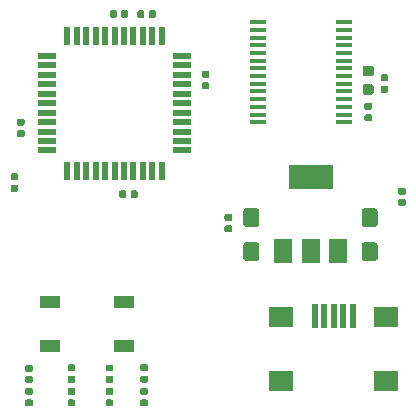
<source format=gbr>
G04 #@! TF.GenerationSoftware,KiCad,Pcbnew,(5.1.0)-1*
G04 #@! TF.CreationDate,2020-09-16T11:17:04+02:00*
G04 #@! TF.ProjectId,Nand Lite,4e616e64-204c-4697-9465-2e6b69636164,rev?*
G04 #@! TF.SameCoordinates,Original*
G04 #@! TF.FileFunction,Paste,Top*
G04 #@! TF.FilePolarity,Positive*
%FSLAX46Y46*%
G04 Gerber Fmt 4.6, Leading zero omitted, Abs format (unit mm)*
G04 Created by KiCad (PCBNEW (5.1.0)-1) date 2020-09-16 11:17:04*
%MOMM*%
%LPD*%
G04 APERTURE LIST*
%ADD10R,1.800000X1.100000*%
%ADD11C,0.100000*%
%ADD12C,0.875000*%
%ADD13R,0.550000X1.500000*%
%ADD14R,1.500000X0.550000*%
%ADD15R,1.397000X0.348000*%
%ADD16R,1.500000X2.000000*%
%ADD17R,3.800000X2.000000*%
%ADD18C,0.590000*%
%ADD19R,2.000000X1.700000*%
%ADD20R,0.500000X2.000000*%
%ADD21C,1.350000*%
G04 APERTURE END LIST*
D10*
X33328500Y-76983200D03*
X27128500Y-76983200D03*
X33328500Y-73283200D03*
X27128500Y-73283200D03*
D11*
G36*
X54305991Y-53284453D02*
G01*
X54327226Y-53287603D01*
X54348050Y-53292819D01*
X54368262Y-53300051D01*
X54387668Y-53309230D01*
X54406081Y-53320266D01*
X54423324Y-53333054D01*
X54439230Y-53347470D01*
X54453646Y-53363376D01*
X54466434Y-53380619D01*
X54477470Y-53399032D01*
X54486649Y-53418438D01*
X54493881Y-53438650D01*
X54499097Y-53459474D01*
X54502247Y-53480709D01*
X54503300Y-53502150D01*
X54503300Y-53939650D01*
X54502247Y-53961091D01*
X54499097Y-53982326D01*
X54493881Y-54003150D01*
X54486649Y-54023362D01*
X54477470Y-54042768D01*
X54466434Y-54061181D01*
X54453646Y-54078424D01*
X54439230Y-54094330D01*
X54423324Y-54108746D01*
X54406081Y-54121534D01*
X54387668Y-54132570D01*
X54368262Y-54141749D01*
X54348050Y-54148981D01*
X54327226Y-54154197D01*
X54305991Y-54157347D01*
X54284550Y-54158400D01*
X53772050Y-54158400D01*
X53750609Y-54157347D01*
X53729374Y-54154197D01*
X53708550Y-54148981D01*
X53688338Y-54141749D01*
X53668932Y-54132570D01*
X53650519Y-54121534D01*
X53633276Y-54108746D01*
X53617370Y-54094330D01*
X53602954Y-54078424D01*
X53590166Y-54061181D01*
X53579130Y-54042768D01*
X53569951Y-54023362D01*
X53562719Y-54003150D01*
X53557503Y-53982326D01*
X53554353Y-53961091D01*
X53553300Y-53939650D01*
X53553300Y-53502150D01*
X53554353Y-53480709D01*
X53557503Y-53459474D01*
X53562719Y-53438650D01*
X53569951Y-53418438D01*
X53579130Y-53399032D01*
X53590166Y-53380619D01*
X53602954Y-53363376D01*
X53617370Y-53347470D01*
X53633276Y-53333054D01*
X53650519Y-53320266D01*
X53668932Y-53309230D01*
X53688338Y-53300051D01*
X53708550Y-53292819D01*
X53729374Y-53287603D01*
X53750609Y-53284453D01*
X53772050Y-53283400D01*
X54284550Y-53283400D01*
X54305991Y-53284453D01*
X54305991Y-53284453D01*
G37*
D12*
X54028300Y-53720900D03*
D11*
G36*
X54305991Y-54859453D02*
G01*
X54327226Y-54862603D01*
X54348050Y-54867819D01*
X54368262Y-54875051D01*
X54387668Y-54884230D01*
X54406081Y-54895266D01*
X54423324Y-54908054D01*
X54439230Y-54922470D01*
X54453646Y-54938376D01*
X54466434Y-54955619D01*
X54477470Y-54974032D01*
X54486649Y-54993438D01*
X54493881Y-55013650D01*
X54499097Y-55034474D01*
X54502247Y-55055709D01*
X54503300Y-55077150D01*
X54503300Y-55514650D01*
X54502247Y-55536091D01*
X54499097Y-55557326D01*
X54493881Y-55578150D01*
X54486649Y-55598362D01*
X54477470Y-55617768D01*
X54466434Y-55636181D01*
X54453646Y-55653424D01*
X54439230Y-55669330D01*
X54423324Y-55683746D01*
X54406081Y-55696534D01*
X54387668Y-55707570D01*
X54368262Y-55716749D01*
X54348050Y-55723981D01*
X54327226Y-55729197D01*
X54305991Y-55732347D01*
X54284550Y-55733400D01*
X53772050Y-55733400D01*
X53750609Y-55732347D01*
X53729374Y-55729197D01*
X53708550Y-55723981D01*
X53688338Y-55716749D01*
X53668932Y-55707570D01*
X53650519Y-55696534D01*
X53633276Y-55683746D01*
X53617370Y-55669330D01*
X53602954Y-55653424D01*
X53590166Y-55636181D01*
X53579130Y-55617768D01*
X53569951Y-55598362D01*
X53562719Y-55578150D01*
X53557503Y-55557326D01*
X53554353Y-55536091D01*
X53553300Y-55514650D01*
X53553300Y-55077150D01*
X53554353Y-55055709D01*
X53557503Y-55034474D01*
X53562719Y-55013650D01*
X53569951Y-54993438D01*
X53579130Y-54974032D01*
X53590166Y-54955619D01*
X53602954Y-54938376D01*
X53617370Y-54922470D01*
X53633276Y-54908054D01*
X53650519Y-54895266D01*
X53668932Y-54884230D01*
X53688338Y-54875051D01*
X53708550Y-54867819D01*
X53729374Y-54862603D01*
X53750609Y-54859453D01*
X53772050Y-54858400D01*
X54284550Y-54858400D01*
X54305991Y-54859453D01*
X54305991Y-54859453D01*
G37*
D12*
X54028300Y-55295900D03*
D13*
X28555200Y-50766700D03*
X29355200Y-50766700D03*
X30155200Y-50766700D03*
X30955200Y-50766700D03*
X31755200Y-50766700D03*
X32555200Y-50766700D03*
X33355200Y-50766700D03*
X34155200Y-50766700D03*
X34955200Y-50766700D03*
X35755200Y-50766700D03*
X36555200Y-50766700D03*
D14*
X38255200Y-52466700D03*
X38255200Y-53266700D03*
X38255200Y-54066700D03*
X38255200Y-54866700D03*
X38255200Y-55666700D03*
X38255200Y-56466700D03*
X38255200Y-57266700D03*
X38255200Y-58066700D03*
X38255200Y-58866700D03*
X38255200Y-59666700D03*
X38255200Y-60466700D03*
D13*
X36555200Y-62166700D03*
X35755200Y-62166700D03*
X34955200Y-62166700D03*
X34155200Y-62166700D03*
X33355200Y-62166700D03*
X32555200Y-62166700D03*
X31755200Y-62166700D03*
X30955200Y-62166700D03*
X30155200Y-62166700D03*
X29355200Y-62166700D03*
X28555200Y-62166700D03*
D14*
X26855200Y-60466700D03*
X26855200Y-59666700D03*
X26855200Y-58866700D03*
X26855200Y-58066700D03*
X26855200Y-57266700D03*
X26855200Y-56466700D03*
X26855200Y-55666700D03*
X26855200Y-54866700D03*
X26855200Y-54066700D03*
X26855200Y-53266700D03*
X26855200Y-52466700D03*
D15*
X51994700Y-49620500D03*
X51994700Y-50270500D03*
X51994700Y-50920500D03*
X51994700Y-51570500D03*
X51994700Y-52220500D03*
X51994700Y-52870500D03*
X51994700Y-53520500D03*
X51994700Y-54820500D03*
X51994700Y-54170500D03*
X51994700Y-55470500D03*
X51994700Y-56120500D03*
X51994700Y-56770500D03*
X51994700Y-57420500D03*
X51994700Y-58070500D03*
X44682700Y-49620500D03*
X44682700Y-50270500D03*
X44682700Y-50920500D03*
X44682700Y-51570500D03*
X44682700Y-52220500D03*
X44682700Y-52870500D03*
X44682700Y-53520500D03*
X44682700Y-54170500D03*
X44682700Y-54820500D03*
X44682700Y-55470500D03*
X44682700Y-56120500D03*
X44682700Y-56770500D03*
X44682700Y-57420500D03*
X44682700Y-58070500D03*
D16*
X46851500Y-69004600D03*
X51451500Y-69004600D03*
X49151500Y-69004600D03*
D17*
X49151500Y-62704600D03*
D11*
G36*
X25500558Y-78598210D02*
G01*
X25514876Y-78600334D01*
X25528917Y-78603851D01*
X25542546Y-78608728D01*
X25555631Y-78614917D01*
X25568047Y-78622358D01*
X25579673Y-78630981D01*
X25590398Y-78640702D01*
X25600119Y-78651427D01*
X25608742Y-78663053D01*
X25616183Y-78675469D01*
X25622372Y-78688554D01*
X25627249Y-78702183D01*
X25630766Y-78716224D01*
X25632890Y-78730542D01*
X25633600Y-78745000D01*
X25633600Y-79040000D01*
X25632890Y-79054458D01*
X25630766Y-79068776D01*
X25627249Y-79082817D01*
X25622372Y-79096446D01*
X25616183Y-79109531D01*
X25608742Y-79121947D01*
X25600119Y-79133573D01*
X25590398Y-79144298D01*
X25579673Y-79154019D01*
X25568047Y-79162642D01*
X25555631Y-79170083D01*
X25542546Y-79176272D01*
X25528917Y-79181149D01*
X25514876Y-79184666D01*
X25500558Y-79186790D01*
X25486100Y-79187500D01*
X25141100Y-79187500D01*
X25126642Y-79186790D01*
X25112324Y-79184666D01*
X25098283Y-79181149D01*
X25084654Y-79176272D01*
X25071569Y-79170083D01*
X25059153Y-79162642D01*
X25047527Y-79154019D01*
X25036802Y-79144298D01*
X25027081Y-79133573D01*
X25018458Y-79121947D01*
X25011017Y-79109531D01*
X25004828Y-79096446D01*
X24999951Y-79082817D01*
X24996434Y-79068776D01*
X24994310Y-79054458D01*
X24993600Y-79040000D01*
X24993600Y-78745000D01*
X24994310Y-78730542D01*
X24996434Y-78716224D01*
X24999951Y-78702183D01*
X25004828Y-78688554D01*
X25011017Y-78675469D01*
X25018458Y-78663053D01*
X25027081Y-78651427D01*
X25036802Y-78640702D01*
X25047527Y-78630981D01*
X25059153Y-78622358D01*
X25071569Y-78614917D01*
X25084654Y-78608728D01*
X25098283Y-78603851D01*
X25112324Y-78600334D01*
X25126642Y-78598210D01*
X25141100Y-78597500D01*
X25486100Y-78597500D01*
X25500558Y-78598210D01*
X25500558Y-78598210D01*
G37*
D18*
X25313600Y-78892500D03*
D11*
G36*
X25500558Y-79568210D02*
G01*
X25514876Y-79570334D01*
X25528917Y-79573851D01*
X25542546Y-79578728D01*
X25555631Y-79584917D01*
X25568047Y-79592358D01*
X25579673Y-79600981D01*
X25590398Y-79610702D01*
X25600119Y-79621427D01*
X25608742Y-79633053D01*
X25616183Y-79645469D01*
X25622372Y-79658554D01*
X25627249Y-79672183D01*
X25630766Y-79686224D01*
X25632890Y-79700542D01*
X25633600Y-79715000D01*
X25633600Y-80010000D01*
X25632890Y-80024458D01*
X25630766Y-80038776D01*
X25627249Y-80052817D01*
X25622372Y-80066446D01*
X25616183Y-80079531D01*
X25608742Y-80091947D01*
X25600119Y-80103573D01*
X25590398Y-80114298D01*
X25579673Y-80124019D01*
X25568047Y-80132642D01*
X25555631Y-80140083D01*
X25542546Y-80146272D01*
X25528917Y-80151149D01*
X25514876Y-80154666D01*
X25500558Y-80156790D01*
X25486100Y-80157500D01*
X25141100Y-80157500D01*
X25126642Y-80156790D01*
X25112324Y-80154666D01*
X25098283Y-80151149D01*
X25084654Y-80146272D01*
X25071569Y-80140083D01*
X25059153Y-80132642D01*
X25047527Y-80124019D01*
X25036802Y-80114298D01*
X25027081Y-80103573D01*
X25018458Y-80091947D01*
X25011017Y-80079531D01*
X25004828Y-80066446D01*
X24999951Y-80052817D01*
X24996434Y-80038776D01*
X24994310Y-80024458D01*
X24993600Y-80010000D01*
X24993600Y-79715000D01*
X24994310Y-79700542D01*
X24996434Y-79686224D01*
X24999951Y-79672183D01*
X25004828Y-79658554D01*
X25011017Y-79645469D01*
X25018458Y-79633053D01*
X25027081Y-79621427D01*
X25036802Y-79610702D01*
X25047527Y-79600981D01*
X25059153Y-79592358D01*
X25071569Y-79584917D01*
X25084654Y-79578728D01*
X25098283Y-79573851D01*
X25112324Y-79570334D01*
X25126642Y-79568210D01*
X25141100Y-79567500D01*
X25486100Y-79567500D01*
X25500558Y-79568210D01*
X25500558Y-79568210D01*
G37*
D18*
X25313600Y-79862500D03*
D11*
G36*
X32302758Y-78588110D02*
G01*
X32317076Y-78590234D01*
X32331117Y-78593751D01*
X32344746Y-78598628D01*
X32357831Y-78604817D01*
X32370247Y-78612258D01*
X32381873Y-78620881D01*
X32392598Y-78630602D01*
X32402319Y-78641327D01*
X32410942Y-78652953D01*
X32418383Y-78665369D01*
X32424572Y-78678454D01*
X32429449Y-78692083D01*
X32432966Y-78706124D01*
X32435090Y-78720442D01*
X32435800Y-78734900D01*
X32435800Y-79029900D01*
X32435090Y-79044358D01*
X32432966Y-79058676D01*
X32429449Y-79072717D01*
X32424572Y-79086346D01*
X32418383Y-79099431D01*
X32410942Y-79111847D01*
X32402319Y-79123473D01*
X32392598Y-79134198D01*
X32381873Y-79143919D01*
X32370247Y-79152542D01*
X32357831Y-79159983D01*
X32344746Y-79166172D01*
X32331117Y-79171049D01*
X32317076Y-79174566D01*
X32302758Y-79176690D01*
X32288300Y-79177400D01*
X31943300Y-79177400D01*
X31928842Y-79176690D01*
X31914524Y-79174566D01*
X31900483Y-79171049D01*
X31886854Y-79166172D01*
X31873769Y-79159983D01*
X31861353Y-79152542D01*
X31849727Y-79143919D01*
X31839002Y-79134198D01*
X31829281Y-79123473D01*
X31820658Y-79111847D01*
X31813217Y-79099431D01*
X31807028Y-79086346D01*
X31802151Y-79072717D01*
X31798634Y-79058676D01*
X31796510Y-79044358D01*
X31795800Y-79029900D01*
X31795800Y-78734900D01*
X31796510Y-78720442D01*
X31798634Y-78706124D01*
X31802151Y-78692083D01*
X31807028Y-78678454D01*
X31813217Y-78665369D01*
X31820658Y-78652953D01*
X31829281Y-78641327D01*
X31839002Y-78630602D01*
X31849727Y-78620881D01*
X31861353Y-78612258D01*
X31873769Y-78604817D01*
X31886854Y-78598628D01*
X31900483Y-78593751D01*
X31914524Y-78590234D01*
X31928842Y-78588110D01*
X31943300Y-78587400D01*
X32288300Y-78587400D01*
X32302758Y-78588110D01*
X32302758Y-78588110D01*
G37*
D18*
X32115800Y-78882400D03*
D11*
G36*
X32302758Y-79558110D02*
G01*
X32317076Y-79560234D01*
X32331117Y-79563751D01*
X32344746Y-79568628D01*
X32357831Y-79574817D01*
X32370247Y-79582258D01*
X32381873Y-79590881D01*
X32392598Y-79600602D01*
X32402319Y-79611327D01*
X32410942Y-79622953D01*
X32418383Y-79635369D01*
X32424572Y-79648454D01*
X32429449Y-79662083D01*
X32432966Y-79676124D01*
X32435090Y-79690442D01*
X32435800Y-79704900D01*
X32435800Y-79999900D01*
X32435090Y-80014358D01*
X32432966Y-80028676D01*
X32429449Y-80042717D01*
X32424572Y-80056346D01*
X32418383Y-80069431D01*
X32410942Y-80081847D01*
X32402319Y-80093473D01*
X32392598Y-80104198D01*
X32381873Y-80113919D01*
X32370247Y-80122542D01*
X32357831Y-80129983D01*
X32344746Y-80136172D01*
X32331117Y-80141049D01*
X32317076Y-80144566D01*
X32302758Y-80146690D01*
X32288300Y-80147400D01*
X31943300Y-80147400D01*
X31928842Y-80146690D01*
X31914524Y-80144566D01*
X31900483Y-80141049D01*
X31886854Y-80136172D01*
X31873769Y-80129983D01*
X31861353Y-80122542D01*
X31849727Y-80113919D01*
X31839002Y-80104198D01*
X31829281Y-80093473D01*
X31820658Y-80081847D01*
X31813217Y-80069431D01*
X31807028Y-80056346D01*
X31802151Y-80042717D01*
X31798634Y-80028676D01*
X31796510Y-80014358D01*
X31795800Y-79999900D01*
X31795800Y-79704900D01*
X31796510Y-79690442D01*
X31798634Y-79676124D01*
X31802151Y-79662083D01*
X31807028Y-79648454D01*
X31813217Y-79635369D01*
X31820658Y-79622953D01*
X31829281Y-79611327D01*
X31839002Y-79600602D01*
X31849727Y-79590881D01*
X31861353Y-79582258D01*
X31873769Y-79574817D01*
X31886854Y-79568628D01*
X31900483Y-79563751D01*
X31914524Y-79560234D01*
X31928842Y-79558110D01*
X31943300Y-79557400D01*
X32288300Y-79557400D01*
X32302758Y-79558110D01*
X32302758Y-79558110D01*
G37*
D18*
X32115800Y-79852400D03*
D11*
G36*
X29094658Y-78585510D02*
G01*
X29108976Y-78587634D01*
X29123017Y-78591151D01*
X29136646Y-78596028D01*
X29149731Y-78602217D01*
X29162147Y-78609658D01*
X29173773Y-78618281D01*
X29184498Y-78628002D01*
X29194219Y-78638727D01*
X29202842Y-78650353D01*
X29210283Y-78662769D01*
X29216472Y-78675854D01*
X29221349Y-78689483D01*
X29224866Y-78703524D01*
X29226990Y-78717842D01*
X29227700Y-78732300D01*
X29227700Y-79027300D01*
X29226990Y-79041758D01*
X29224866Y-79056076D01*
X29221349Y-79070117D01*
X29216472Y-79083746D01*
X29210283Y-79096831D01*
X29202842Y-79109247D01*
X29194219Y-79120873D01*
X29184498Y-79131598D01*
X29173773Y-79141319D01*
X29162147Y-79149942D01*
X29149731Y-79157383D01*
X29136646Y-79163572D01*
X29123017Y-79168449D01*
X29108976Y-79171966D01*
X29094658Y-79174090D01*
X29080200Y-79174800D01*
X28735200Y-79174800D01*
X28720742Y-79174090D01*
X28706424Y-79171966D01*
X28692383Y-79168449D01*
X28678754Y-79163572D01*
X28665669Y-79157383D01*
X28653253Y-79149942D01*
X28641627Y-79141319D01*
X28630902Y-79131598D01*
X28621181Y-79120873D01*
X28612558Y-79109247D01*
X28605117Y-79096831D01*
X28598928Y-79083746D01*
X28594051Y-79070117D01*
X28590534Y-79056076D01*
X28588410Y-79041758D01*
X28587700Y-79027300D01*
X28587700Y-78732300D01*
X28588410Y-78717842D01*
X28590534Y-78703524D01*
X28594051Y-78689483D01*
X28598928Y-78675854D01*
X28605117Y-78662769D01*
X28612558Y-78650353D01*
X28621181Y-78638727D01*
X28630902Y-78628002D01*
X28641627Y-78618281D01*
X28653253Y-78609658D01*
X28665669Y-78602217D01*
X28678754Y-78596028D01*
X28692383Y-78591151D01*
X28706424Y-78587634D01*
X28720742Y-78585510D01*
X28735200Y-78584800D01*
X29080200Y-78584800D01*
X29094658Y-78585510D01*
X29094658Y-78585510D01*
G37*
D18*
X28907700Y-78879800D03*
D11*
G36*
X29094658Y-79555510D02*
G01*
X29108976Y-79557634D01*
X29123017Y-79561151D01*
X29136646Y-79566028D01*
X29149731Y-79572217D01*
X29162147Y-79579658D01*
X29173773Y-79588281D01*
X29184498Y-79598002D01*
X29194219Y-79608727D01*
X29202842Y-79620353D01*
X29210283Y-79632769D01*
X29216472Y-79645854D01*
X29221349Y-79659483D01*
X29224866Y-79673524D01*
X29226990Y-79687842D01*
X29227700Y-79702300D01*
X29227700Y-79997300D01*
X29226990Y-80011758D01*
X29224866Y-80026076D01*
X29221349Y-80040117D01*
X29216472Y-80053746D01*
X29210283Y-80066831D01*
X29202842Y-80079247D01*
X29194219Y-80090873D01*
X29184498Y-80101598D01*
X29173773Y-80111319D01*
X29162147Y-80119942D01*
X29149731Y-80127383D01*
X29136646Y-80133572D01*
X29123017Y-80138449D01*
X29108976Y-80141966D01*
X29094658Y-80144090D01*
X29080200Y-80144800D01*
X28735200Y-80144800D01*
X28720742Y-80144090D01*
X28706424Y-80141966D01*
X28692383Y-80138449D01*
X28678754Y-80133572D01*
X28665669Y-80127383D01*
X28653253Y-80119942D01*
X28641627Y-80111319D01*
X28630902Y-80101598D01*
X28621181Y-80090873D01*
X28612558Y-80079247D01*
X28605117Y-80066831D01*
X28598928Y-80053746D01*
X28594051Y-80040117D01*
X28590534Y-80026076D01*
X28588410Y-80011758D01*
X28587700Y-79997300D01*
X28587700Y-79702300D01*
X28588410Y-79687842D01*
X28590534Y-79673524D01*
X28594051Y-79659483D01*
X28598928Y-79645854D01*
X28605117Y-79632769D01*
X28612558Y-79620353D01*
X28621181Y-79608727D01*
X28630902Y-79598002D01*
X28641627Y-79588281D01*
X28653253Y-79579658D01*
X28665669Y-79572217D01*
X28678754Y-79566028D01*
X28692383Y-79561151D01*
X28706424Y-79557634D01*
X28720742Y-79555510D01*
X28735200Y-79554800D01*
X29080200Y-79554800D01*
X29094658Y-79555510D01*
X29094658Y-79555510D01*
G37*
D18*
X28907700Y-79849800D03*
D11*
G36*
X35917358Y-48606210D02*
G01*
X35931676Y-48608334D01*
X35945717Y-48611851D01*
X35959346Y-48616728D01*
X35972431Y-48622917D01*
X35984847Y-48630358D01*
X35996473Y-48638981D01*
X36007198Y-48648702D01*
X36016919Y-48659427D01*
X36025542Y-48671053D01*
X36032983Y-48683469D01*
X36039172Y-48696554D01*
X36044049Y-48710183D01*
X36047566Y-48724224D01*
X36049690Y-48738542D01*
X36050400Y-48753000D01*
X36050400Y-49098000D01*
X36049690Y-49112458D01*
X36047566Y-49126776D01*
X36044049Y-49140817D01*
X36039172Y-49154446D01*
X36032983Y-49167531D01*
X36025542Y-49179947D01*
X36016919Y-49191573D01*
X36007198Y-49202298D01*
X35996473Y-49212019D01*
X35984847Y-49220642D01*
X35972431Y-49228083D01*
X35959346Y-49234272D01*
X35945717Y-49239149D01*
X35931676Y-49242666D01*
X35917358Y-49244790D01*
X35902900Y-49245500D01*
X35607900Y-49245500D01*
X35593442Y-49244790D01*
X35579124Y-49242666D01*
X35565083Y-49239149D01*
X35551454Y-49234272D01*
X35538369Y-49228083D01*
X35525953Y-49220642D01*
X35514327Y-49212019D01*
X35503602Y-49202298D01*
X35493881Y-49191573D01*
X35485258Y-49179947D01*
X35477817Y-49167531D01*
X35471628Y-49154446D01*
X35466751Y-49140817D01*
X35463234Y-49126776D01*
X35461110Y-49112458D01*
X35460400Y-49098000D01*
X35460400Y-48753000D01*
X35461110Y-48738542D01*
X35463234Y-48724224D01*
X35466751Y-48710183D01*
X35471628Y-48696554D01*
X35477817Y-48683469D01*
X35485258Y-48671053D01*
X35493881Y-48659427D01*
X35503602Y-48648702D01*
X35514327Y-48638981D01*
X35525953Y-48630358D01*
X35538369Y-48622917D01*
X35551454Y-48616728D01*
X35565083Y-48611851D01*
X35579124Y-48608334D01*
X35593442Y-48606210D01*
X35607900Y-48605500D01*
X35902900Y-48605500D01*
X35917358Y-48606210D01*
X35917358Y-48606210D01*
G37*
D18*
X35755400Y-48925500D03*
D11*
G36*
X34947358Y-48606210D02*
G01*
X34961676Y-48608334D01*
X34975717Y-48611851D01*
X34989346Y-48616728D01*
X35002431Y-48622917D01*
X35014847Y-48630358D01*
X35026473Y-48638981D01*
X35037198Y-48648702D01*
X35046919Y-48659427D01*
X35055542Y-48671053D01*
X35062983Y-48683469D01*
X35069172Y-48696554D01*
X35074049Y-48710183D01*
X35077566Y-48724224D01*
X35079690Y-48738542D01*
X35080400Y-48753000D01*
X35080400Y-49098000D01*
X35079690Y-49112458D01*
X35077566Y-49126776D01*
X35074049Y-49140817D01*
X35069172Y-49154446D01*
X35062983Y-49167531D01*
X35055542Y-49179947D01*
X35046919Y-49191573D01*
X35037198Y-49202298D01*
X35026473Y-49212019D01*
X35014847Y-49220642D01*
X35002431Y-49228083D01*
X34989346Y-49234272D01*
X34975717Y-49239149D01*
X34961676Y-49242666D01*
X34947358Y-49244790D01*
X34932900Y-49245500D01*
X34637900Y-49245500D01*
X34623442Y-49244790D01*
X34609124Y-49242666D01*
X34595083Y-49239149D01*
X34581454Y-49234272D01*
X34568369Y-49228083D01*
X34555953Y-49220642D01*
X34544327Y-49212019D01*
X34533602Y-49202298D01*
X34523881Y-49191573D01*
X34515258Y-49179947D01*
X34507817Y-49167531D01*
X34501628Y-49154446D01*
X34496751Y-49140817D01*
X34493234Y-49126776D01*
X34491110Y-49112458D01*
X34490400Y-49098000D01*
X34490400Y-48753000D01*
X34491110Y-48738542D01*
X34493234Y-48724224D01*
X34496751Y-48710183D01*
X34501628Y-48696554D01*
X34507817Y-48683469D01*
X34515258Y-48671053D01*
X34523881Y-48659427D01*
X34533602Y-48648702D01*
X34544327Y-48638981D01*
X34555953Y-48630358D01*
X34568369Y-48622917D01*
X34581454Y-48616728D01*
X34595083Y-48611851D01*
X34609124Y-48608334D01*
X34623442Y-48606210D01*
X34637900Y-48605500D01*
X34932900Y-48605500D01*
X34947358Y-48606210D01*
X34947358Y-48606210D01*
G37*
D18*
X34785400Y-48925500D03*
D11*
G36*
X35249158Y-78555110D02*
G01*
X35263476Y-78557234D01*
X35277517Y-78560751D01*
X35291146Y-78565628D01*
X35304231Y-78571817D01*
X35316647Y-78579258D01*
X35328273Y-78587881D01*
X35338998Y-78597602D01*
X35348719Y-78608327D01*
X35357342Y-78619953D01*
X35364783Y-78632369D01*
X35370972Y-78645454D01*
X35375849Y-78659083D01*
X35379366Y-78673124D01*
X35381490Y-78687442D01*
X35382200Y-78701900D01*
X35382200Y-78996900D01*
X35381490Y-79011358D01*
X35379366Y-79025676D01*
X35375849Y-79039717D01*
X35370972Y-79053346D01*
X35364783Y-79066431D01*
X35357342Y-79078847D01*
X35348719Y-79090473D01*
X35338998Y-79101198D01*
X35328273Y-79110919D01*
X35316647Y-79119542D01*
X35304231Y-79126983D01*
X35291146Y-79133172D01*
X35277517Y-79138049D01*
X35263476Y-79141566D01*
X35249158Y-79143690D01*
X35234700Y-79144400D01*
X34889700Y-79144400D01*
X34875242Y-79143690D01*
X34860924Y-79141566D01*
X34846883Y-79138049D01*
X34833254Y-79133172D01*
X34820169Y-79126983D01*
X34807753Y-79119542D01*
X34796127Y-79110919D01*
X34785402Y-79101198D01*
X34775681Y-79090473D01*
X34767058Y-79078847D01*
X34759617Y-79066431D01*
X34753428Y-79053346D01*
X34748551Y-79039717D01*
X34745034Y-79025676D01*
X34742910Y-79011358D01*
X34742200Y-78996900D01*
X34742200Y-78701900D01*
X34742910Y-78687442D01*
X34745034Y-78673124D01*
X34748551Y-78659083D01*
X34753428Y-78645454D01*
X34759617Y-78632369D01*
X34767058Y-78619953D01*
X34775681Y-78608327D01*
X34785402Y-78597602D01*
X34796127Y-78587881D01*
X34807753Y-78579258D01*
X34820169Y-78571817D01*
X34833254Y-78565628D01*
X34846883Y-78560751D01*
X34860924Y-78557234D01*
X34875242Y-78555110D01*
X34889700Y-78554400D01*
X35234700Y-78554400D01*
X35249158Y-78555110D01*
X35249158Y-78555110D01*
G37*
D18*
X35062200Y-78849400D03*
D11*
G36*
X35249158Y-79525110D02*
G01*
X35263476Y-79527234D01*
X35277517Y-79530751D01*
X35291146Y-79535628D01*
X35304231Y-79541817D01*
X35316647Y-79549258D01*
X35328273Y-79557881D01*
X35338998Y-79567602D01*
X35348719Y-79578327D01*
X35357342Y-79589953D01*
X35364783Y-79602369D01*
X35370972Y-79615454D01*
X35375849Y-79629083D01*
X35379366Y-79643124D01*
X35381490Y-79657442D01*
X35382200Y-79671900D01*
X35382200Y-79966900D01*
X35381490Y-79981358D01*
X35379366Y-79995676D01*
X35375849Y-80009717D01*
X35370972Y-80023346D01*
X35364783Y-80036431D01*
X35357342Y-80048847D01*
X35348719Y-80060473D01*
X35338998Y-80071198D01*
X35328273Y-80080919D01*
X35316647Y-80089542D01*
X35304231Y-80096983D01*
X35291146Y-80103172D01*
X35277517Y-80108049D01*
X35263476Y-80111566D01*
X35249158Y-80113690D01*
X35234700Y-80114400D01*
X34889700Y-80114400D01*
X34875242Y-80113690D01*
X34860924Y-80111566D01*
X34846883Y-80108049D01*
X34833254Y-80103172D01*
X34820169Y-80096983D01*
X34807753Y-80089542D01*
X34796127Y-80080919D01*
X34785402Y-80071198D01*
X34775681Y-80060473D01*
X34767058Y-80048847D01*
X34759617Y-80036431D01*
X34753428Y-80023346D01*
X34748551Y-80009717D01*
X34745034Y-79995676D01*
X34742910Y-79981358D01*
X34742200Y-79966900D01*
X34742200Y-79671900D01*
X34742910Y-79657442D01*
X34745034Y-79643124D01*
X34748551Y-79629083D01*
X34753428Y-79615454D01*
X34759617Y-79602369D01*
X34767058Y-79589953D01*
X34775681Y-79578327D01*
X34785402Y-79567602D01*
X34796127Y-79557881D01*
X34807753Y-79549258D01*
X34820169Y-79541817D01*
X34833254Y-79535628D01*
X34846883Y-79530751D01*
X34860924Y-79527234D01*
X34875242Y-79525110D01*
X34889700Y-79524400D01*
X35234700Y-79524400D01*
X35249158Y-79525110D01*
X35249158Y-79525110D01*
G37*
D18*
X35062200Y-79819400D03*
D19*
X55582700Y-79989800D03*
X55582700Y-74539800D03*
X46682700Y-79989800D03*
X46682700Y-74539800D03*
D20*
X52732700Y-74439800D03*
X51932700Y-74439800D03*
X51132700Y-74439800D03*
X50332700Y-74439800D03*
X49532700Y-74439800D03*
D11*
G36*
X25498058Y-80579410D02*
G01*
X25512376Y-80581534D01*
X25526417Y-80585051D01*
X25540046Y-80589928D01*
X25553131Y-80596117D01*
X25565547Y-80603558D01*
X25577173Y-80612181D01*
X25587898Y-80621902D01*
X25597619Y-80632627D01*
X25606242Y-80644253D01*
X25613683Y-80656669D01*
X25619872Y-80669754D01*
X25624749Y-80683383D01*
X25628266Y-80697424D01*
X25630390Y-80711742D01*
X25631100Y-80726200D01*
X25631100Y-81021200D01*
X25630390Y-81035658D01*
X25628266Y-81049976D01*
X25624749Y-81064017D01*
X25619872Y-81077646D01*
X25613683Y-81090731D01*
X25606242Y-81103147D01*
X25597619Y-81114773D01*
X25587898Y-81125498D01*
X25577173Y-81135219D01*
X25565547Y-81143842D01*
X25553131Y-81151283D01*
X25540046Y-81157472D01*
X25526417Y-81162349D01*
X25512376Y-81165866D01*
X25498058Y-81167990D01*
X25483600Y-81168700D01*
X25138600Y-81168700D01*
X25124142Y-81167990D01*
X25109824Y-81165866D01*
X25095783Y-81162349D01*
X25082154Y-81157472D01*
X25069069Y-81151283D01*
X25056653Y-81143842D01*
X25045027Y-81135219D01*
X25034302Y-81125498D01*
X25024581Y-81114773D01*
X25015958Y-81103147D01*
X25008517Y-81090731D01*
X25002328Y-81077646D01*
X24997451Y-81064017D01*
X24993934Y-81049976D01*
X24991810Y-81035658D01*
X24991100Y-81021200D01*
X24991100Y-80726200D01*
X24991810Y-80711742D01*
X24993934Y-80697424D01*
X24997451Y-80683383D01*
X25002328Y-80669754D01*
X25008517Y-80656669D01*
X25015958Y-80644253D01*
X25024581Y-80632627D01*
X25034302Y-80621902D01*
X25045027Y-80612181D01*
X25056653Y-80603558D01*
X25069069Y-80596117D01*
X25082154Y-80589928D01*
X25095783Y-80585051D01*
X25109824Y-80581534D01*
X25124142Y-80579410D01*
X25138600Y-80578700D01*
X25483600Y-80578700D01*
X25498058Y-80579410D01*
X25498058Y-80579410D01*
G37*
D18*
X25311100Y-80873700D03*
D11*
G36*
X25498058Y-81549410D02*
G01*
X25512376Y-81551534D01*
X25526417Y-81555051D01*
X25540046Y-81559928D01*
X25553131Y-81566117D01*
X25565547Y-81573558D01*
X25577173Y-81582181D01*
X25587898Y-81591902D01*
X25597619Y-81602627D01*
X25606242Y-81614253D01*
X25613683Y-81626669D01*
X25619872Y-81639754D01*
X25624749Y-81653383D01*
X25628266Y-81667424D01*
X25630390Y-81681742D01*
X25631100Y-81696200D01*
X25631100Y-81991200D01*
X25630390Y-82005658D01*
X25628266Y-82019976D01*
X25624749Y-82034017D01*
X25619872Y-82047646D01*
X25613683Y-82060731D01*
X25606242Y-82073147D01*
X25597619Y-82084773D01*
X25587898Y-82095498D01*
X25577173Y-82105219D01*
X25565547Y-82113842D01*
X25553131Y-82121283D01*
X25540046Y-82127472D01*
X25526417Y-82132349D01*
X25512376Y-82135866D01*
X25498058Y-82137990D01*
X25483600Y-82138700D01*
X25138600Y-82138700D01*
X25124142Y-82137990D01*
X25109824Y-82135866D01*
X25095783Y-82132349D01*
X25082154Y-82127472D01*
X25069069Y-82121283D01*
X25056653Y-82113842D01*
X25045027Y-82105219D01*
X25034302Y-82095498D01*
X25024581Y-82084773D01*
X25015958Y-82073147D01*
X25008517Y-82060731D01*
X25002328Y-82047646D01*
X24997451Y-82034017D01*
X24993934Y-82019976D01*
X24991810Y-82005658D01*
X24991100Y-81991200D01*
X24991100Y-81696200D01*
X24991810Y-81681742D01*
X24993934Y-81667424D01*
X24997451Y-81653383D01*
X25002328Y-81639754D01*
X25008517Y-81626669D01*
X25015958Y-81614253D01*
X25024581Y-81602627D01*
X25034302Y-81591902D01*
X25045027Y-81582181D01*
X25056653Y-81573558D01*
X25069069Y-81566117D01*
X25082154Y-81559928D01*
X25095783Y-81555051D01*
X25109824Y-81551534D01*
X25124142Y-81549410D01*
X25138600Y-81548700D01*
X25483600Y-81548700D01*
X25498058Y-81549410D01*
X25498058Y-81549410D01*
G37*
D18*
X25311100Y-81843700D03*
D11*
G36*
X32312858Y-80579410D02*
G01*
X32327176Y-80581534D01*
X32341217Y-80585051D01*
X32354846Y-80589928D01*
X32367931Y-80596117D01*
X32380347Y-80603558D01*
X32391973Y-80612181D01*
X32402698Y-80621902D01*
X32412419Y-80632627D01*
X32421042Y-80644253D01*
X32428483Y-80656669D01*
X32434672Y-80669754D01*
X32439549Y-80683383D01*
X32443066Y-80697424D01*
X32445190Y-80711742D01*
X32445900Y-80726200D01*
X32445900Y-81021200D01*
X32445190Y-81035658D01*
X32443066Y-81049976D01*
X32439549Y-81064017D01*
X32434672Y-81077646D01*
X32428483Y-81090731D01*
X32421042Y-81103147D01*
X32412419Y-81114773D01*
X32402698Y-81125498D01*
X32391973Y-81135219D01*
X32380347Y-81143842D01*
X32367931Y-81151283D01*
X32354846Y-81157472D01*
X32341217Y-81162349D01*
X32327176Y-81165866D01*
X32312858Y-81167990D01*
X32298400Y-81168700D01*
X31953400Y-81168700D01*
X31938942Y-81167990D01*
X31924624Y-81165866D01*
X31910583Y-81162349D01*
X31896954Y-81157472D01*
X31883869Y-81151283D01*
X31871453Y-81143842D01*
X31859827Y-81135219D01*
X31849102Y-81125498D01*
X31839381Y-81114773D01*
X31830758Y-81103147D01*
X31823317Y-81090731D01*
X31817128Y-81077646D01*
X31812251Y-81064017D01*
X31808734Y-81049976D01*
X31806610Y-81035658D01*
X31805900Y-81021200D01*
X31805900Y-80726200D01*
X31806610Y-80711742D01*
X31808734Y-80697424D01*
X31812251Y-80683383D01*
X31817128Y-80669754D01*
X31823317Y-80656669D01*
X31830758Y-80644253D01*
X31839381Y-80632627D01*
X31849102Y-80621902D01*
X31859827Y-80612181D01*
X31871453Y-80603558D01*
X31883869Y-80596117D01*
X31896954Y-80589928D01*
X31910583Y-80585051D01*
X31924624Y-80581534D01*
X31938942Y-80579410D01*
X31953400Y-80578700D01*
X32298400Y-80578700D01*
X32312858Y-80579410D01*
X32312858Y-80579410D01*
G37*
D18*
X32125900Y-80873700D03*
D11*
G36*
X32312858Y-81549410D02*
G01*
X32327176Y-81551534D01*
X32341217Y-81555051D01*
X32354846Y-81559928D01*
X32367931Y-81566117D01*
X32380347Y-81573558D01*
X32391973Y-81582181D01*
X32402698Y-81591902D01*
X32412419Y-81602627D01*
X32421042Y-81614253D01*
X32428483Y-81626669D01*
X32434672Y-81639754D01*
X32439549Y-81653383D01*
X32443066Y-81667424D01*
X32445190Y-81681742D01*
X32445900Y-81696200D01*
X32445900Y-81991200D01*
X32445190Y-82005658D01*
X32443066Y-82019976D01*
X32439549Y-82034017D01*
X32434672Y-82047646D01*
X32428483Y-82060731D01*
X32421042Y-82073147D01*
X32412419Y-82084773D01*
X32402698Y-82095498D01*
X32391973Y-82105219D01*
X32380347Y-82113842D01*
X32367931Y-82121283D01*
X32354846Y-82127472D01*
X32341217Y-82132349D01*
X32327176Y-82135866D01*
X32312858Y-82137990D01*
X32298400Y-82138700D01*
X31953400Y-82138700D01*
X31938942Y-82137990D01*
X31924624Y-82135866D01*
X31910583Y-82132349D01*
X31896954Y-82127472D01*
X31883869Y-82121283D01*
X31871453Y-82113842D01*
X31859827Y-82105219D01*
X31849102Y-82095498D01*
X31839381Y-82084773D01*
X31830758Y-82073147D01*
X31823317Y-82060731D01*
X31817128Y-82047646D01*
X31812251Y-82034017D01*
X31808734Y-82019976D01*
X31806610Y-82005658D01*
X31805900Y-81991200D01*
X31805900Y-81696200D01*
X31806610Y-81681742D01*
X31808734Y-81667424D01*
X31812251Y-81653383D01*
X31817128Y-81639754D01*
X31823317Y-81626669D01*
X31830758Y-81614253D01*
X31839381Y-81602627D01*
X31849102Y-81591902D01*
X31859827Y-81582181D01*
X31871453Y-81573558D01*
X31883869Y-81566117D01*
X31896954Y-81559928D01*
X31910583Y-81555051D01*
X31924624Y-81551534D01*
X31938942Y-81549410D01*
X31953400Y-81548700D01*
X32298400Y-81548700D01*
X32312858Y-81549410D01*
X32312858Y-81549410D01*
G37*
D18*
X32125900Y-81843700D03*
D11*
G36*
X35244058Y-80579410D02*
G01*
X35258376Y-80581534D01*
X35272417Y-80585051D01*
X35286046Y-80589928D01*
X35299131Y-80596117D01*
X35311547Y-80603558D01*
X35323173Y-80612181D01*
X35333898Y-80621902D01*
X35343619Y-80632627D01*
X35352242Y-80644253D01*
X35359683Y-80656669D01*
X35365872Y-80669754D01*
X35370749Y-80683383D01*
X35374266Y-80697424D01*
X35376390Y-80711742D01*
X35377100Y-80726200D01*
X35377100Y-81021200D01*
X35376390Y-81035658D01*
X35374266Y-81049976D01*
X35370749Y-81064017D01*
X35365872Y-81077646D01*
X35359683Y-81090731D01*
X35352242Y-81103147D01*
X35343619Y-81114773D01*
X35333898Y-81125498D01*
X35323173Y-81135219D01*
X35311547Y-81143842D01*
X35299131Y-81151283D01*
X35286046Y-81157472D01*
X35272417Y-81162349D01*
X35258376Y-81165866D01*
X35244058Y-81167990D01*
X35229600Y-81168700D01*
X34884600Y-81168700D01*
X34870142Y-81167990D01*
X34855824Y-81165866D01*
X34841783Y-81162349D01*
X34828154Y-81157472D01*
X34815069Y-81151283D01*
X34802653Y-81143842D01*
X34791027Y-81135219D01*
X34780302Y-81125498D01*
X34770581Y-81114773D01*
X34761958Y-81103147D01*
X34754517Y-81090731D01*
X34748328Y-81077646D01*
X34743451Y-81064017D01*
X34739934Y-81049976D01*
X34737810Y-81035658D01*
X34737100Y-81021200D01*
X34737100Y-80726200D01*
X34737810Y-80711742D01*
X34739934Y-80697424D01*
X34743451Y-80683383D01*
X34748328Y-80669754D01*
X34754517Y-80656669D01*
X34761958Y-80644253D01*
X34770581Y-80632627D01*
X34780302Y-80621902D01*
X34791027Y-80612181D01*
X34802653Y-80603558D01*
X34815069Y-80596117D01*
X34828154Y-80589928D01*
X34841783Y-80585051D01*
X34855824Y-80581534D01*
X34870142Y-80579410D01*
X34884600Y-80578700D01*
X35229600Y-80578700D01*
X35244058Y-80579410D01*
X35244058Y-80579410D01*
G37*
D18*
X35057100Y-80873700D03*
D11*
G36*
X35244058Y-81549410D02*
G01*
X35258376Y-81551534D01*
X35272417Y-81555051D01*
X35286046Y-81559928D01*
X35299131Y-81566117D01*
X35311547Y-81573558D01*
X35323173Y-81582181D01*
X35333898Y-81591902D01*
X35343619Y-81602627D01*
X35352242Y-81614253D01*
X35359683Y-81626669D01*
X35365872Y-81639754D01*
X35370749Y-81653383D01*
X35374266Y-81667424D01*
X35376390Y-81681742D01*
X35377100Y-81696200D01*
X35377100Y-81991200D01*
X35376390Y-82005658D01*
X35374266Y-82019976D01*
X35370749Y-82034017D01*
X35365872Y-82047646D01*
X35359683Y-82060731D01*
X35352242Y-82073147D01*
X35343619Y-82084773D01*
X35333898Y-82095498D01*
X35323173Y-82105219D01*
X35311547Y-82113842D01*
X35299131Y-82121283D01*
X35286046Y-82127472D01*
X35272417Y-82132349D01*
X35258376Y-82135866D01*
X35244058Y-82137990D01*
X35229600Y-82138700D01*
X34884600Y-82138700D01*
X34870142Y-82137990D01*
X34855824Y-82135866D01*
X34841783Y-82132349D01*
X34828154Y-82127472D01*
X34815069Y-82121283D01*
X34802653Y-82113842D01*
X34791027Y-82105219D01*
X34780302Y-82095498D01*
X34770581Y-82084773D01*
X34761958Y-82073147D01*
X34754517Y-82060731D01*
X34748328Y-82047646D01*
X34743451Y-82034017D01*
X34739934Y-82019976D01*
X34737810Y-82005658D01*
X34737100Y-81991200D01*
X34737100Y-81696200D01*
X34737810Y-81681742D01*
X34739934Y-81667424D01*
X34743451Y-81653383D01*
X34748328Y-81639754D01*
X34754517Y-81626669D01*
X34761958Y-81614253D01*
X34770581Y-81602627D01*
X34780302Y-81591902D01*
X34791027Y-81582181D01*
X34802653Y-81573558D01*
X34815069Y-81566117D01*
X34828154Y-81559928D01*
X34841783Y-81555051D01*
X34855824Y-81551534D01*
X34870142Y-81549410D01*
X34884600Y-81548700D01*
X35229600Y-81548700D01*
X35244058Y-81549410D01*
X35244058Y-81549410D01*
G37*
D18*
X35057100Y-81843700D03*
D11*
G36*
X29094658Y-80579410D02*
G01*
X29108976Y-80581534D01*
X29123017Y-80585051D01*
X29136646Y-80589928D01*
X29149731Y-80596117D01*
X29162147Y-80603558D01*
X29173773Y-80612181D01*
X29184498Y-80621902D01*
X29194219Y-80632627D01*
X29202842Y-80644253D01*
X29210283Y-80656669D01*
X29216472Y-80669754D01*
X29221349Y-80683383D01*
X29224866Y-80697424D01*
X29226990Y-80711742D01*
X29227700Y-80726200D01*
X29227700Y-81021200D01*
X29226990Y-81035658D01*
X29224866Y-81049976D01*
X29221349Y-81064017D01*
X29216472Y-81077646D01*
X29210283Y-81090731D01*
X29202842Y-81103147D01*
X29194219Y-81114773D01*
X29184498Y-81125498D01*
X29173773Y-81135219D01*
X29162147Y-81143842D01*
X29149731Y-81151283D01*
X29136646Y-81157472D01*
X29123017Y-81162349D01*
X29108976Y-81165866D01*
X29094658Y-81167990D01*
X29080200Y-81168700D01*
X28735200Y-81168700D01*
X28720742Y-81167990D01*
X28706424Y-81165866D01*
X28692383Y-81162349D01*
X28678754Y-81157472D01*
X28665669Y-81151283D01*
X28653253Y-81143842D01*
X28641627Y-81135219D01*
X28630902Y-81125498D01*
X28621181Y-81114773D01*
X28612558Y-81103147D01*
X28605117Y-81090731D01*
X28598928Y-81077646D01*
X28594051Y-81064017D01*
X28590534Y-81049976D01*
X28588410Y-81035658D01*
X28587700Y-81021200D01*
X28587700Y-80726200D01*
X28588410Y-80711742D01*
X28590534Y-80697424D01*
X28594051Y-80683383D01*
X28598928Y-80669754D01*
X28605117Y-80656669D01*
X28612558Y-80644253D01*
X28621181Y-80632627D01*
X28630902Y-80621902D01*
X28641627Y-80612181D01*
X28653253Y-80603558D01*
X28665669Y-80596117D01*
X28678754Y-80589928D01*
X28692383Y-80585051D01*
X28706424Y-80581534D01*
X28720742Y-80579410D01*
X28735200Y-80578700D01*
X29080200Y-80578700D01*
X29094658Y-80579410D01*
X29094658Y-80579410D01*
G37*
D18*
X28907700Y-80873700D03*
D11*
G36*
X29094658Y-81549410D02*
G01*
X29108976Y-81551534D01*
X29123017Y-81555051D01*
X29136646Y-81559928D01*
X29149731Y-81566117D01*
X29162147Y-81573558D01*
X29173773Y-81582181D01*
X29184498Y-81591902D01*
X29194219Y-81602627D01*
X29202842Y-81614253D01*
X29210283Y-81626669D01*
X29216472Y-81639754D01*
X29221349Y-81653383D01*
X29224866Y-81667424D01*
X29226990Y-81681742D01*
X29227700Y-81696200D01*
X29227700Y-81991200D01*
X29226990Y-82005658D01*
X29224866Y-82019976D01*
X29221349Y-82034017D01*
X29216472Y-82047646D01*
X29210283Y-82060731D01*
X29202842Y-82073147D01*
X29194219Y-82084773D01*
X29184498Y-82095498D01*
X29173773Y-82105219D01*
X29162147Y-82113842D01*
X29149731Y-82121283D01*
X29136646Y-82127472D01*
X29123017Y-82132349D01*
X29108976Y-82135866D01*
X29094658Y-82137990D01*
X29080200Y-82138700D01*
X28735200Y-82138700D01*
X28720742Y-82137990D01*
X28706424Y-82135866D01*
X28692383Y-82132349D01*
X28678754Y-82127472D01*
X28665669Y-82121283D01*
X28653253Y-82113842D01*
X28641627Y-82105219D01*
X28630902Y-82095498D01*
X28621181Y-82084773D01*
X28612558Y-82073147D01*
X28605117Y-82060731D01*
X28598928Y-82047646D01*
X28594051Y-82034017D01*
X28590534Y-82019976D01*
X28588410Y-82005658D01*
X28587700Y-81991200D01*
X28587700Y-81696200D01*
X28588410Y-81681742D01*
X28590534Y-81667424D01*
X28594051Y-81653383D01*
X28598928Y-81639754D01*
X28605117Y-81626669D01*
X28612558Y-81614253D01*
X28621181Y-81602627D01*
X28630902Y-81591902D01*
X28641627Y-81582181D01*
X28653253Y-81573558D01*
X28665669Y-81566117D01*
X28678754Y-81559928D01*
X28692383Y-81555051D01*
X28706424Y-81551534D01*
X28720742Y-81549410D01*
X28735200Y-81548700D01*
X29080200Y-81548700D01*
X29094658Y-81549410D01*
X29094658Y-81549410D01*
G37*
D18*
X28907700Y-81843700D03*
D11*
G36*
X57072758Y-64587310D02*
G01*
X57087076Y-64589434D01*
X57101117Y-64592951D01*
X57114746Y-64597828D01*
X57127831Y-64604017D01*
X57140247Y-64611458D01*
X57151873Y-64620081D01*
X57162598Y-64629802D01*
X57172319Y-64640527D01*
X57180942Y-64652153D01*
X57188383Y-64664569D01*
X57194572Y-64677654D01*
X57199449Y-64691283D01*
X57202966Y-64705324D01*
X57205090Y-64719642D01*
X57205800Y-64734100D01*
X57205800Y-65029100D01*
X57205090Y-65043558D01*
X57202966Y-65057876D01*
X57199449Y-65071917D01*
X57194572Y-65085546D01*
X57188383Y-65098631D01*
X57180942Y-65111047D01*
X57172319Y-65122673D01*
X57162598Y-65133398D01*
X57151873Y-65143119D01*
X57140247Y-65151742D01*
X57127831Y-65159183D01*
X57114746Y-65165372D01*
X57101117Y-65170249D01*
X57087076Y-65173766D01*
X57072758Y-65175890D01*
X57058300Y-65176600D01*
X56713300Y-65176600D01*
X56698842Y-65175890D01*
X56684524Y-65173766D01*
X56670483Y-65170249D01*
X56656854Y-65165372D01*
X56643769Y-65159183D01*
X56631353Y-65151742D01*
X56619727Y-65143119D01*
X56609002Y-65133398D01*
X56599281Y-65122673D01*
X56590658Y-65111047D01*
X56583217Y-65098631D01*
X56577028Y-65085546D01*
X56572151Y-65071917D01*
X56568634Y-65057876D01*
X56566510Y-65043558D01*
X56565800Y-65029100D01*
X56565800Y-64734100D01*
X56566510Y-64719642D01*
X56568634Y-64705324D01*
X56572151Y-64691283D01*
X56577028Y-64677654D01*
X56583217Y-64664569D01*
X56590658Y-64652153D01*
X56599281Y-64640527D01*
X56609002Y-64629802D01*
X56619727Y-64620081D01*
X56631353Y-64611458D01*
X56643769Y-64604017D01*
X56656854Y-64597828D01*
X56670483Y-64592951D01*
X56684524Y-64589434D01*
X56698842Y-64587310D01*
X56713300Y-64586600D01*
X57058300Y-64586600D01*
X57072758Y-64587310D01*
X57072758Y-64587310D01*
G37*
D18*
X56885800Y-64881600D03*
D11*
G36*
X57072758Y-63617310D02*
G01*
X57087076Y-63619434D01*
X57101117Y-63622951D01*
X57114746Y-63627828D01*
X57127831Y-63634017D01*
X57140247Y-63641458D01*
X57151873Y-63650081D01*
X57162598Y-63659802D01*
X57172319Y-63670527D01*
X57180942Y-63682153D01*
X57188383Y-63694569D01*
X57194572Y-63707654D01*
X57199449Y-63721283D01*
X57202966Y-63735324D01*
X57205090Y-63749642D01*
X57205800Y-63764100D01*
X57205800Y-64059100D01*
X57205090Y-64073558D01*
X57202966Y-64087876D01*
X57199449Y-64101917D01*
X57194572Y-64115546D01*
X57188383Y-64128631D01*
X57180942Y-64141047D01*
X57172319Y-64152673D01*
X57162598Y-64163398D01*
X57151873Y-64173119D01*
X57140247Y-64181742D01*
X57127831Y-64189183D01*
X57114746Y-64195372D01*
X57101117Y-64200249D01*
X57087076Y-64203766D01*
X57072758Y-64205890D01*
X57058300Y-64206600D01*
X56713300Y-64206600D01*
X56698842Y-64205890D01*
X56684524Y-64203766D01*
X56670483Y-64200249D01*
X56656854Y-64195372D01*
X56643769Y-64189183D01*
X56631353Y-64181742D01*
X56619727Y-64173119D01*
X56609002Y-64163398D01*
X56599281Y-64152673D01*
X56590658Y-64141047D01*
X56583217Y-64128631D01*
X56577028Y-64115546D01*
X56572151Y-64101917D01*
X56568634Y-64087876D01*
X56566510Y-64073558D01*
X56565800Y-64059100D01*
X56565800Y-63764100D01*
X56566510Y-63749642D01*
X56568634Y-63735324D01*
X56572151Y-63721283D01*
X56577028Y-63707654D01*
X56583217Y-63694569D01*
X56590658Y-63682153D01*
X56599281Y-63670527D01*
X56609002Y-63659802D01*
X56619727Y-63650081D01*
X56631353Y-63641458D01*
X56643769Y-63634017D01*
X56656854Y-63627828D01*
X56670483Y-63622951D01*
X56684524Y-63619434D01*
X56698842Y-63617310D01*
X56713300Y-63616600D01*
X57058300Y-63616600D01*
X57072758Y-63617310D01*
X57072758Y-63617310D01*
G37*
D18*
X56885800Y-63911600D03*
D11*
G36*
X24255958Y-63378310D02*
G01*
X24270276Y-63380434D01*
X24284317Y-63383951D01*
X24297946Y-63388828D01*
X24311031Y-63395017D01*
X24323447Y-63402458D01*
X24335073Y-63411081D01*
X24345798Y-63420802D01*
X24355519Y-63431527D01*
X24364142Y-63443153D01*
X24371583Y-63455569D01*
X24377772Y-63468654D01*
X24382649Y-63482283D01*
X24386166Y-63496324D01*
X24388290Y-63510642D01*
X24389000Y-63525100D01*
X24389000Y-63820100D01*
X24388290Y-63834558D01*
X24386166Y-63848876D01*
X24382649Y-63862917D01*
X24377772Y-63876546D01*
X24371583Y-63889631D01*
X24364142Y-63902047D01*
X24355519Y-63913673D01*
X24345798Y-63924398D01*
X24335073Y-63934119D01*
X24323447Y-63942742D01*
X24311031Y-63950183D01*
X24297946Y-63956372D01*
X24284317Y-63961249D01*
X24270276Y-63964766D01*
X24255958Y-63966890D01*
X24241500Y-63967600D01*
X23896500Y-63967600D01*
X23882042Y-63966890D01*
X23867724Y-63964766D01*
X23853683Y-63961249D01*
X23840054Y-63956372D01*
X23826969Y-63950183D01*
X23814553Y-63942742D01*
X23802927Y-63934119D01*
X23792202Y-63924398D01*
X23782481Y-63913673D01*
X23773858Y-63902047D01*
X23766417Y-63889631D01*
X23760228Y-63876546D01*
X23755351Y-63862917D01*
X23751834Y-63848876D01*
X23749710Y-63834558D01*
X23749000Y-63820100D01*
X23749000Y-63525100D01*
X23749710Y-63510642D01*
X23751834Y-63496324D01*
X23755351Y-63482283D01*
X23760228Y-63468654D01*
X23766417Y-63455569D01*
X23773858Y-63443153D01*
X23782481Y-63431527D01*
X23792202Y-63420802D01*
X23802927Y-63411081D01*
X23814553Y-63402458D01*
X23826969Y-63395017D01*
X23840054Y-63388828D01*
X23853683Y-63383951D01*
X23867724Y-63380434D01*
X23882042Y-63378310D01*
X23896500Y-63377600D01*
X24241500Y-63377600D01*
X24255958Y-63378310D01*
X24255958Y-63378310D01*
G37*
D18*
X24069000Y-63672600D03*
D11*
G36*
X24255958Y-62408310D02*
G01*
X24270276Y-62410434D01*
X24284317Y-62413951D01*
X24297946Y-62418828D01*
X24311031Y-62425017D01*
X24323447Y-62432458D01*
X24335073Y-62441081D01*
X24345798Y-62450802D01*
X24355519Y-62461527D01*
X24364142Y-62473153D01*
X24371583Y-62485569D01*
X24377772Y-62498654D01*
X24382649Y-62512283D01*
X24386166Y-62526324D01*
X24388290Y-62540642D01*
X24389000Y-62555100D01*
X24389000Y-62850100D01*
X24388290Y-62864558D01*
X24386166Y-62878876D01*
X24382649Y-62892917D01*
X24377772Y-62906546D01*
X24371583Y-62919631D01*
X24364142Y-62932047D01*
X24355519Y-62943673D01*
X24345798Y-62954398D01*
X24335073Y-62964119D01*
X24323447Y-62972742D01*
X24311031Y-62980183D01*
X24297946Y-62986372D01*
X24284317Y-62991249D01*
X24270276Y-62994766D01*
X24255958Y-62996890D01*
X24241500Y-62997600D01*
X23896500Y-62997600D01*
X23882042Y-62996890D01*
X23867724Y-62994766D01*
X23853683Y-62991249D01*
X23840054Y-62986372D01*
X23826969Y-62980183D01*
X23814553Y-62972742D01*
X23802927Y-62964119D01*
X23792202Y-62954398D01*
X23782481Y-62943673D01*
X23773858Y-62932047D01*
X23766417Y-62919631D01*
X23760228Y-62906546D01*
X23755351Y-62892917D01*
X23751834Y-62878876D01*
X23749710Y-62864558D01*
X23749000Y-62850100D01*
X23749000Y-62555100D01*
X23749710Y-62540642D01*
X23751834Y-62526324D01*
X23755351Y-62512283D01*
X23760228Y-62498654D01*
X23766417Y-62485569D01*
X23773858Y-62473153D01*
X23782481Y-62461527D01*
X23792202Y-62450802D01*
X23802927Y-62441081D01*
X23814553Y-62432458D01*
X23826969Y-62425017D01*
X23840054Y-62418828D01*
X23853683Y-62413951D01*
X23867724Y-62410434D01*
X23882042Y-62408310D01*
X23896500Y-62407600D01*
X24241500Y-62407600D01*
X24255958Y-62408310D01*
X24255958Y-62408310D01*
G37*
D18*
X24069000Y-62702600D03*
D11*
G36*
X33580558Y-48585910D02*
G01*
X33594876Y-48588034D01*
X33608917Y-48591551D01*
X33622546Y-48596428D01*
X33635631Y-48602617D01*
X33648047Y-48610058D01*
X33659673Y-48618681D01*
X33670398Y-48628402D01*
X33680119Y-48639127D01*
X33688742Y-48650753D01*
X33696183Y-48663169D01*
X33702372Y-48676254D01*
X33707249Y-48689883D01*
X33710766Y-48703924D01*
X33712890Y-48718242D01*
X33713600Y-48732700D01*
X33713600Y-49077700D01*
X33712890Y-49092158D01*
X33710766Y-49106476D01*
X33707249Y-49120517D01*
X33702372Y-49134146D01*
X33696183Y-49147231D01*
X33688742Y-49159647D01*
X33680119Y-49171273D01*
X33670398Y-49181998D01*
X33659673Y-49191719D01*
X33648047Y-49200342D01*
X33635631Y-49207783D01*
X33622546Y-49213972D01*
X33608917Y-49218849D01*
X33594876Y-49222366D01*
X33580558Y-49224490D01*
X33566100Y-49225200D01*
X33271100Y-49225200D01*
X33256642Y-49224490D01*
X33242324Y-49222366D01*
X33228283Y-49218849D01*
X33214654Y-49213972D01*
X33201569Y-49207783D01*
X33189153Y-49200342D01*
X33177527Y-49191719D01*
X33166802Y-49181998D01*
X33157081Y-49171273D01*
X33148458Y-49159647D01*
X33141017Y-49147231D01*
X33134828Y-49134146D01*
X33129951Y-49120517D01*
X33126434Y-49106476D01*
X33124310Y-49092158D01*
X33123600Y-49077700D01*
X33123600Y-48732700D01*
X33124310Y-48718242D01*
X33126434Y-48703924D01*
X33129951Y-48689883D01*
X33134828Y-48676254D01*
X33141017Y-48663169D01*
X33148458Y-48650753D01*
X33157081Y-48639127D01*
X33166802Y-48628402D01*
X33177527Y-48618681D01*
X33189153Y-48610058D01*
X33201569Y-48602617D01*
X33214654Y-48596428D01*
X33228283Y-48591551D01*
X33242324Y-48588034D01*
X33256642Y-48585910D01*
X33271100Y-48585200D01*
X33566100Y-48585200D01*
X33580558Y-48585910D01*
X33580558Y-48585910D01*
G37*
D18*
X33418600Y-48905200D03*
D11*
G36*
X32610558Y-48585910D02*
G01*
X32624876Y-48588034D01*
X32638917Y-48591551D01*
X32652546Y-48596428D01*
X32665631Y-48602617D01*
X32678047Y-48610058D01*
X32689673Y-48618681D01*
X32700398Y-48628402D01*
X32710119Y-48639127D01*
X32718742Y-48650753D01*
X32726183Y-48663169D01*
X32732372Y-48676254D01*
X32737249Y-48689883D01*
X32740766Y-48703924D01*
X32742890Y-48718242D01*
X32743600Y-48732700D01*
X32743600Y-49077700D01*
X32742890Y-49092158D01*
X32740766Y-49106476D01*
X32737249Y-49120517D01*
X32732372Y-49134146D01*
X32726183Y-49147231D01*
X32718742Y-49159647D01*
X32710119Y-49171273D01*
X32700398Y-49181998D01*
X32689673Y-49191719D01*
X32678047Y-49200342D01*
X32665631Y-49207783D01*
X32652546Y-49213972D01*
X32638917Y-49218849D01*
X32624876Y-49222366D01*
X32610558Y-49224490D01*
X32596100Y-49225200D01*
X32301100Y-49225200D01*
X32286642Y-49224490D01*
X32272324Y-49222366D01*
X32258283Y-49218849D01*
X32244654Y-49213972D01*
X32231569Y-49207783D01*
X32219153Y-49200342D01*
X32207527Y-49191719D01*
X32196802Y-49181998D01*
X32187081Y-49171273D01*
X32178458Y-49159647D01*
X32171017Y-49147231D01*
X32164828Y-49134146D01*
X32159951Y-49120517D01*
X32156434Y-49106476D01*
X32154310Y-49092158D01*
X32153600Y-49077700D01*
X32153600Y-48732700D01*
X32154310Y-48718242D01*
X32156434Y-48703924D01*
X32159951Y-48689883D01*
X32164828Y-48676254D01*
X32171017Y-48663169D01*
X32178458Y-48650753D01*
X32187081Y-48639127D01*
X32196802Y-48628402D01*
X32207527Y-48618681D01*
X32219153Y-48610058D01*
X32231569Y-48602617D01*
X32244654Y-48596428D01*
X32258283Y-48591551D01*
X32272324Y-48588034D01*
X32286642Y-48585910D01*
X32301100Y-48585200D01*
X32596100Y-48585200D01*
X32610558Y-48585910D01*
X32610558Y-48585910D01*
G37*
D18*
X32448600Y-48905200D03*
D11*
G36*
X40448458Y-54688910D02*
G01*
X40462776Y-54691034D01*
X40476817Y-54694551D01*
X40490446Y-54699428D01*
X40503531Y-54705617D01*
X40515947Y-54713058D01*
X40527573Y-54721681D01*
X40538298Y-54731402D01*
X40548019Y-54742127D01*
X40556642Y-54753753D01*
X40564083Y-54766169D01*
X40570272Y-54779254D01*
X40575149Y-54792883D01*
X40578666Y-54806924D01*
X40580790Y-54821242D01*
X40581500Y-54835700D01*
X40581500Y-55130700D01*
X40580790Y-55145158D01*
X40578666Y-55159476D01*
X40575149Y-55173517D01*
X40570272Y-55187146D01*
X40564083Y-55200231D01*
X40556642Y-55212647D01*
X40548019Y-55224273D01*
X40538298Y-55234998D01*
X40527573Y-55244719D01*
X40515947Y-55253342D01*
X40503531Y-55260783D01*
X40490446Y-55266972D01*
X40476817Y-55271849D01*
X40462776Y-55275366D01*
X40448458Y-55277490D01*
X40434000Y-55278200D01*
X40089000Y-55278200D01*
X40074542Y-55277490D01*
X40060224Y-55275366D01*
X40046183Y-55271849D01*
X40032554Y-55266972D01*
X40019469Y-55260783D01*
X40007053Y-55253342D01*
X39995427Y-55244719D01*
X39984702Y-55234998D01*
X39974981Y-55224273D01*
X39966358Y-55212647D01*
X39958917Y-55200231D01*
X39952728Y-55187146D01*
X39947851Y-55173517D01*
X39944334Y-55159476D01*
X39942210Y-55145158D01*
X39941500Y-55130700D01*
X39941500Y-54835700D01*
X39942210Y-54821242D01*
X39944334Y-54806924D01*
X39947851Y-54792883D01*
X39952728Y-54779254D01*
X39958917Y-54766169D01*
X39966358Y-54753753D01*
X39974981Y-54742127D01*
X39984702Y-54731402D01*
X39995427Y-54721681D01*
X40007053Y-54713058D01*
X40019469Y-54705617D01*
X40032554Y-54699428D01*
X40046183Y-54694551D01*
X40060224Y-54691034D01*
X40074542Y-54688910D01*
X40089000Y-54688200D01*
X40434000Y-54688200D01*
X40448458Y-54688910D01*
X40448458Y-54688910D01*
G37*
D18*
X40261500Y-54983200D03*
D11*
G36*
X40448458Y-53718910D02*
G01*
X40462776Y-53721034D01*
X40476817Y-53724551D01*
X40490446Y-53729428D01*
X40503531Y-53735617D01*
X40515947Y-53743058D01*
X40527573Y-53751681D01*
X40538298Y-53761402D01*
X40548019Y-53772127D01*
X40556642Y-53783753D01*
X40564083Y-53796169D01*
X40570272Y-53809254D01*
X40575149Y-53822883D01*
X40578666Y-53836924D01*
X40580790Y-53851242D01*
X40581500Y-53865700D01*
X40581500Y-54160700D01*
X40580790Y-54175158D01*
X40578666Y-54189476D01*
X40575149Y-54203517D01*
X40570272Y-54217146D01*
X40564083Y-54230231D01*
X40556642Y-54242647D01*
X40548019Y-54254273D01*
X40538298Y-54264998D01*
X40527573Y-54274719D01*
X40515947Y-54283342D01*
X40503531Y-54290783D01*
X40490446Y-54296972D01*
X40476817Y-54301849D01*
X40462776Y-54305366D01*
X40448458Y-54307490D01*
X40434000Y-54308200D01*
X40089000Y-54308200D01*
X40074542Y-54307490D01*
X40060224Y-54305366D01*
X40046183Y-54301849D01*
X40032554Y-54296972D01*
X40019469Y-54290783D01*
X40007053Y-54283342D01*
X39995427Y-54274719D01*
X39984702Y-54264998D01*
X39974981Y-54254273D01*
X39966358Y-54242647D01*
X39958917Y-54230231D01*
X39952728Y-54217146D01*
X39947851Y-54203517D01*
X39944334Y-54189476D01*
X39942210Y-54175158D01*
X39941500Y-54160700D01*
X39941500Y-53865700D01*
X39942210Y-53851242D01*
X39944334Y-53836924D01*
X39947851Y-53822883D01*
X39952728Y-53809254D01*
X39958917Y-53796169D01*
X39966358Y-53783753D01*
X39974981Y-53772127D01*
X39984702Y-53761402D01*
X39995427Y-53751681D01*
X40007053Y-53743058D01*
X40019469Y-53735617D01*
X40032554Y-53729428D01*
X40046183Y-53724551D01*
X40060224Y-53721034D01*
X40074542Y-53718910D01*
X40089000Y-53718200D01*
X40434000Y-53718200D01*
X40448458Y-53718910D01*
X40448458Y-53718910D01*
G37*
D18*
X40261500Y-54013200D03*
D11*
G36*
X33413258Y-63851310D02*
G01*
X33427576Y-63853434D01*
X33441617Y-63856951D01*
X33455246Y-63861828D01*
X33468331Y-63868017D01*
X33480747Y-63875458D01*
X33492373Y-63884081D01*
X33503098Y-63893802D01*
X33512819Y-63904527D01*
X33521442Y-63916153D01*
X33528883Y-63928569D01*
X33535072Y-63941654D01*
X33539949Y-63955283D01*
X33543466Y-63969324D01*
X33545590Y-63983642D01*
X33546300Y-63998100D01*
X33546300Y-64343100D01*
X33545590Y-64357558D01*
X33543466Y-64371876D01*
X33539949Y-64385917D01*
X33535072Y-64399546D01*
X33528883Y-64412631D01*
X33521442Y-64425047D01*
X33512819Y-64436673D01*
X33503098Y-64447398D01*
X33492373Y-64457119D01*
X33480747Y-64465742D01*
X33468331Y-64473183D01*
X33455246Y-64479372D01*
X33441617Y-64484249D01*
X33427576Y-64487766D01*
X33413258Y-64489890D01*
X33398800Y-64490600D01*
X33103800Y-64490600D01*
X33089342Y-64489890D01*
X33075024Y-64487766D01*
X33060983Y-64484249D01*
X33047354Y-64479372D01*
X33034269Y-64473183D01*
X33021853Y-64465742D01*
X33010227Y-64457119D01*
X32999502Y-64447398D01*
X32989781Y-64436673D01*
X32981158Y-64425047D01*
X32973717Y-64412631D01*
X32967528Y-64399546D01*
X32962651Y-64385917D01*
X32959134Y-64371876D01*
X32957010Y-64357558D01*
X32956300Y-64343100D01*
X32956300Y-63998100D01*
X32957010Y-63983642D01*
X32959134Y-63969324D01*
X32962651Y-63955283D01*
X32967528Y-63941654D01*
X32973717Y-63928569D01*
X32981158Y-63916153D01*
X32989781Y-63904527D01*
X32999502Y-63893802D01*
X33010227Y-63884081D01*
X33021853Y-63875458D01*
X33034269Y-63868017D01*
X33047354Y-63861828D01*
X33060983Y-63856951D01*
X33075024Y-63853434D01*
X33089342Y-63851310D01*
X33103800Y-63850600D01*
X33398800Y-63850600D01*
X33413258Y-63851310D01*
X33413258Y-63851310D01*
G37*
D18*
X33251300Y-64170600D03*
D11*
G36*
X34383258Y-63851310D02*
G01*
X34397576Y-63853434D01*
X34411617Y-63856951D01*
X34425246Y-63861828D01*
X34438331Y-63868017D01*
X34450747Y-63875458D01*
X34462373Y-63884081D01*
X34473098Y-63893802D01*
X34482819Y-63904527D01*
X34491442Y-63916153D01*
X34498883Y-63928569D01*
X34505072Y-63941654D01*
X34509949Y-63955283D01*
X34513466Y-63969324D01*
X34515590Y-63983642D01*
X34516300Y-63998100D01*
X34516300Y-64343100D01*
X34515590Y-64357558D01*
X34513466Y-64371876D01*
X34509949Y-64385917D01*
X34505072Y-64399546D01*
X34498883Y-64412631D01*
X34491442Y-64425047D01*
X34482819Y-64436673D01*
X34473098Y-64447398D01*
X34462373Y-64457119D01*
X34450747Y-64465742D01*
X34438331Y-64473183D01*
X34425246Y-64479372D01*
X34411617Y-64484249D01*
X34397576Y-64487766D01*
X34383258Y-64489890D01*
X34368800Y-64490600D01*
X34073800Y-64490600D01*
X34059342Y-64489890D01*
X34045024Y-64487766D01*
X34030983Y-64484249D01*
X34017354Y-64479372D01*
X34004269Y-64473183D01*
X33991853Y-64465742D01*
X33980227Y-64457119D01*
X33969502Y-64447398D01*
X33959781Y-64436673D01*
X33951158Y-64425047D01*
X33943717Y-64412631D01*
X33937528Y-64399546D01*
X33932651Y-64385917D01*
X33929134Y-64371876D01*
X33927010Y-64357558D01*
X33926300Y-64343100D01*
X33926300Y-63998100D01*
X33927010Y-63983642D01*
X33929134Y-63969324D01*
X33932651Y-63955283D01*
X33937528Y-63941654D01*
X33943717Y-63928569D01*
X33951158Y-63916153D01*
X33959781Y-63904527D01*
X33969502Y-63893802D01*
X33980227Y-63884081D01*
X33991853Y-63875458D01*
X34004269Y-63868017D01*
X34017354Y-63861828D01*
X34030983Y-63856951D01*
X34045024Y-63853434D01*
X34059342Y-63851310D01*
X34073800Y-63850600D01*
X34368800Y-63850600D01*
X34383258Y-63851310D01*
X34383258Y-63851310D01*
G37*
D18*
X34221300Y-64170600D03*
D11*
G36*
X24804658Y-57767710D02*
G01*
X24818976Y-57769834D01*
X24833017Y-57773351D01*
X24846646Y-57778228D01*
X24859731Y-57784417D01*
X24872147Y-57791858D01*
X24883773Y-57800481D01*
X24894498Y-57810202D01*
X24904219Y-57820927D01*
X24912842Y-57832553D01*
X24920283Y-57844969D01*
X24926472Y-57858054D01*
X24931349Y-57871683D01*
X24934866Y-57885724D01*
X24936990Y-57900042D01*
X24937700Y-57914500D01*
X24937700Y-58209500D01*
X24936990Y-58223958D01*
X24934866Y-58238276D01*
X24931349Y-58252317D01*
X24926472Y-58265946D01*
X24920283Y-58279031D01*
X24912842Y-58291447D01*
X24904219Y-58303073D01*
X24894498Y-58313798D01*
X24883773Y-58323519D01*
X24872147Y-58332142D01*
X24859731Y-58339583D01*
X24846646Y-58345772D01*
X24833017Y-58350649D01*
X24818976Y-58354166D01*
X24804658Y-58356290D01*
X24790200Y-58357000D01*
X24445200Y-58357000D01*
X24430742Y-58356290D01*
X24416424Y-58354166D01*
X24402383Y-58350649D01*
X24388754Y-58345772D01*
X24375669Y-58339583D01*
X24363253Y-58332142D01*
X24351627Y-58323519D01*
X24340902Y-58313798D01*
X24331181Y-58303073D01*
X24322558Y-58291447D01*
X24315117Y-58279031D01*
X24308928Y-58265946D01*
X24304051Y-58252317D01*
X24300534Y-58238276D01*
X24298410Y-58223958D01*
X24297700Y-58209500D01*
X24297700Y-57914500D01*
X24298410Y-57900042D01*
X24300534Y-57885724D01*
X24304051Y-57871683D01*
X24308928Y-57858054D01*
X24315117Y-57844969D01*
X24322558Y-57832553D01*
X24331181Y-57820927D01*
X24340902Y-57810202D01*
X24351627Y-57800481D01*
X24363253Y-57791858D01*
X24375669Y-57784417D01*
X24388754Y-57778228D01*
X24402383Y-57773351D01*
X24416424Y-57769834D01*
X24430742Y-57767710D01*
X24445200Y-57767000D01*
X24790200Y-57767000D01*
X24804658Y-57767710D01*
X24804658Y-57767710D01*
G37*
D18*
X24617700Y-58062000D03*
D11*
G36*
X24804658Y-58737710D02*
G01*
X24818976Y-58739834D01*
X24833017Y-58743351D01*
X24846646Y-58748228D01*
X24859731Y-58754417D01*
X24872147Y-58761858D01*
X24883773Y-58770481D01*
X24894498Y-58780202D01*
X24904219Y-58790927D01*
X24912842Y-58802553D01*
X24920283Y-58814969D01*
X24926472Y-58828054D01*
X24931349Y-58841683D01*
X24934866Y-58855724D01*
X24936990Y-58870042D01*
X24937700Y-58884500D01*
X24937700Y-59179500D01*
X24936990Y-59193958D01*
X24934866Y-59208276D01*
X24931349Y-59222317D01*
X24926472Y-59235946D01*
X24920283Y-59249031D01*
X24912842Y-59261447D01*
X24904219Y-59273073D01*
X24894498Y-59283798D01*
X24883773Y-59293519D01*
X24872147Y-59302142D01*
X24859731Y-59309583D01*
X24846646Y-59315772D01*
X24833017Y-59320649D01*
X24818976Y-59324166D01*
X24804658Y-59326290D01*
X24790200Y-59327000D01*
X24445200Y-59327000D01*
X24430742Y-59326290D01*
X24416424Y-59324166D01*
X24402383Y-59320649D01*
X24388754Y-59315772D01*
X24375669Y-59309583D01*
X24363253Y-59302142D01*
X24351627Y-59293519D01*
X24340902Y-59283798D01*
X24331181Y-59273073D01*
X24322558Y-59261447D01*
X24315117Y-59249031D01*
X24308928Y-59235946D01*
X24304051Y-59222317D01*
X24300534Y-59208276D01*
X24298410Y-59193958D01*
X24297700Y-59179500D01*
X24297700Y-58884500D01*
X24298410Y-58870042D01*
X24300534Y-58855724D01*
X24304051Y-58841683D01*
X24308928Y-58828054D01*
X24315117Y-58814969D01*
X24322558Y-58802553D01*
X24331181Y-58790927D01*
X24340902Y-58780202D01*
X24351627Y-58770481D01*
X24363253Y-58761858D01*
X24375669Y-58754417D01*
X24388754Y-58748228D01*
X24402383Y-58743351D01*
X24416424Y-58739834D01*
X24430742Y-58737710D01*
X24445200Y-58737000D01*
X24790200Y-58737000D01*
X24804658Y-58737710D01*
X24804658Y-58737710D01*
G37*
D18*
X24617700Y-59032000D03*
D11*
G36*
X55597058Y-54016110D02*
G01*
X55611376Y-54018234D01*
X55625417Y-54021751D01*
X55639046Y-54026628D01*
X55652131Y-54032817D01*
X55664547Y-54040258D01*
X55676173Y-54048881D01*
X55686898Y-54058602D01*
X55696619Y-54069327D01*
X55705242Y-54080953D01*
X55712683Y-54093369D01*
X55718872Y-54106454D01*
X55723749Y-54120083D01*
X55727266Y-54134124D01*
X55729390Y-54148442D01*
X55730100Y-54162900D01*
X55730100Y-54457900D01*
X55729390Y-54472358D01*
X55727266Y-54486676D01*
X55723749Y-54500717D01*
X55718872Y-54514346D01*
X55712683Y-54527431D01*
X55705242Y-54539847D01*
X55696619Y-54551473D01*
X55686898Y-54562198D01*
X55676173Y-54571919D01*
X55664547Y-54580542D01*
X55652131Y-54587983D01*
X55639046Y-54594172D01*
X55625417Y-54599049D01*
X55611376Y-54602566D01*
X55597058Y-54604690D01*
X55582600Y-54605400D01*
X55237600Y-54605400D01*
X55223142Y-54604690D01*
X55208824Y-54602566D01*
X55194783Y-54599049D01*
X55181154Y-54594172D01*
X55168069Y-54587983D01*
X55155653Y-54580542D01*
X55144027Y-54571919D01*
X55133302Y-54562198D01*
X55123581Y-54551473D01*
X55114958Y-54539847D01*
X55107517Y-54527431D01*
X55101328Y-54514346D01*
X55096451Y-54500717D01*
X55092934Y-54486676D01*
X55090810Y-54472358D01*
X55090100Y-54457900D01*
X55090100Y-54162900D01*
X55090810Y-54148442D01*
X55092934Y-54134124D01*
X55096451Y-54120083D01*
X55101328Y-54106454D01*
X55107517Y-54093369D01*
X55114958Y-54080953D01*
X55123581Y-54069327D01*
X55133302Y-54058602D01*
X55144027Y-54048881D01*
X55155653Y-54040258D01*
X55168069Y-54032817D01*
X55181154Y-54026628D01*
X55194783Y-54021751D01*
X55208824Y-54018234D01*
X55223142Y-54016110D01*
X55237600Y-54015400D01*
X55582600Y-54015400D01*
X55597058Y-54016110D01*
X55597058Y-54016110D01*
G37*
D18*
X55410100Y-54310400D03*
D11*
G36*
X55597058Y-54986110D02*
G01*
X55611376Y-54988234D01*
X55625417Y-54991751D01*
X55639046Y-54996628D01*
X55652131Y-55002817D01*
X55664547Y-55010258D01*
X55676173Y-55018881D01*
X55686898Y-55028602D01*
X55696619Y-55039327D01*
X55705242Y-55050953D01*
X55712683Y-55063369D01*
X55718872Y-55076454D01*
X55723749Y-55090083D01*
X55727266Y-55104124D01*
X55729390Y-55118442D01*
X55730100Y-55132900D01*
X55730100Y-55427900D01*
X55729390Y-55442358D01*
X55727266Y-55456676D01*
X55723749Y-55470717D01*
X55718872Y-55484346D01*
X55712683Y-55497431D01*
X55705242Y-55509847D01*
X55696619Y-55521473D01*
X55686898Y-55532198D01*
X55676173Y-55541919D01*
X55664547Y-55550542D01*
X55652131Y-55557983D01*
X55639046Y-55564172D01*
X55625417Y-55569049D01*
X55611376Y-55572566D01*
X55597058Y-55574690D01*
X55582600Y-55575400D01*
X55237600Y-55575400D01*
X55223142Y-55574690D01*
X55208824Y-55572566D01*
X55194783Y-55569049D01*
X55181154Y-55564172D01*
X55168069Y-55557983D01*
X55155653Y-55550542D01*
X55144027Y-55541919D01*
X55133302Y-55532198D01*
X55123581Y-55521473D01*
X55114958Y-55509847D01*
X55107517Y-55497431D01*
X55101328Y-55484346D01*
X55096451Y-55470717D01*
X55092934Y-55456676D01*
X55090810Y-55442358D01*
X55090100Y-55427900D01*
X55090100Y-55132900D01*
X55090810Y-55118442D01*
X55092934Y-55104124D01*
X55096451Y-55090083D01*
X55101328Y-55076454D01*
X55107517Y-55063369D01*
X55114958Y-55050953D01*
X55123581Y-55039327D01*
X55133302Y-55028602D01*
X55144027Y-55018881D01*
X55155653Y-55010258D01*
X55168069Y-55002817D01*
X55181154Y-54996628D01*
X55194783Y-54991751D01*
X55208824Y-54988234D01*
X55223142Y-54986110D01*
X55237600Y-54985400D01*
X55582600Y-54985400D01*
X55597058Y-54986110D01*
X55597058Y-54986110D01*
G37*
D18*
X55410100Y-55280400D03*
D11*
G36*
X42373858Y-66812410D02*
G01*
X42388176Y-66814534D01*
X42402217Y-66818051D01*
X42415846Y-66822928D01*
X42428931Y-66829117D01*
X42441347Y-66836558D01*
X42452973Y-66845181D01*
X42463698Y-66854902D01*
X42473419Y-66865627D01*
X42482042Y-66877253D01*
X42489483Y-66889669D01*
X42495672Y-66902754D01*
X42500549Y-66916383D01*
X42504066Y-66930424D01*
X42506190Y-66944742D01*
X42506900Y-66959200D01*
X42506900Y-67254200D01*
X42506190Y-67268658D01*
X42504066Y-67282976D01*
X42500549Y-67297017D01*
X42495672Y-67310646D01*
X42489483Y-67323731D01*
X42482042Y-67336147D01*
X42473419Y-67347773D01*
X42463698Y-67358498D01*
X42452973Y-67368219D01*
X42441347Y-67376842D01*
X42428931Y-67384283D01*
X42415846Y-67390472D01*
X42402217Y-67395349D01*
X42388176Y-67398866D01*
X42373858Y-67400990D01*
X42359400Y-67401700D01*
X42014400Y-67401700D01*
X41999942Y-67400990D01*
X41985624Y-67398866D01*
X41971583Y-67395349D01*
X41957954Y-67390472D01*
X41944869Y-67384283D01*
X41932453Y-67376842D01*
X41920827Y-67368219D01*
X41910102Y-67358498D01*
X41900381Y-67347773D01*
X41891758Y-67336147D01*
X41884317Y-67323731D01*
X41878128Y-67310646D01*
X41873251Y-67297017D01*
X41869734Y-67282976D01*
X41867610Y-67268658D01*
X41866900Y-67254200D01*
X41866900Y-66959200D01*
X41867610Y-66944742D01*
X41869734Y-66930424D01*
X41873251Y-66916383D01*
X41878128Y-66902754D01*
X41884317Y-66889669D01*
X41891758Y-66877253D01*
X41900381Y-66865627D01*
X41910102Y-66854902D01*
X41920827Y-66845181D01*
X41932453Y-66836558D01*
X41944869Y-66829117D01*
X41957954Y-66822928D01*
X41971583Y-66818051D01*
X41985624Y-66814534D01*
X41999942Y-66812410D01*
X42014400Y-66811700D01*
X42359400Y-66811700D01*
X42373858Y-66812410D01*
X42373858Y-66812410D01*
G37*
D18*
X42186900Y-67106700D03*
D11*
G36*
X42373858Y-65842410D02*
G01*
X42388176Y-65844534D01*
X42402217Y-65848051D01*
X42415846Y-65852928D01*
X42428931Y-65859117D01*
X42441347Y-65866558D01*
X42452973Y-65875181D01*
X42463698Y-65884902D01*
X42473419Y-65895627D01*
X42482042Y-65907253D01*
X42489483Y-65919669D01*
X42495672Y-65932754D01*
X42500549Y-65946383D01*
X42504066Y-65960424D01*
X42506190Y-65974742D01*
X42506900Y-65989200D01*
X42506900Y-66284200D01*
X42506190Y-66298658D01*
X42504066Y-66312976D01*
X42500549Y-66327017D01*
X42495672Y-66340646D01*
X42489483Y-66353731D01*
X42482042Y-66366147D01*
X42473419Y-66377773D01*
X42463698Y-66388498D01*
X42452973Y-66398219D01*
X42441347Y-66406842D01*
X42428931Y-66414283D01*
X42415846Y-66420472D01*
X42402217Y-66425349D01*
X42388176Y-66428866D01*
X42373858Y-66430990D01*
X42359400Y-66431700D01*
X42014400Y-66431700D01*
X41999942Y-66430990D01*
X41985624Y-66428866D01*
X41971583Y-66425349D01*
X41957954Y-66420472D01*
X41944869Y-66414283D01*
X41932453Y-66406842D01*
X41920827Y-66398219D01*
X41910102Y-66388498D01*
X41900381Y-66377773D01*
X41891758Y-66366147D01*
X41884317Y-66353731D01*
X41878128Y-66340646D01*
X41873251Y-66327017D01*
X41869734Y-66312976D01*
X41867610Y-66298658D01*
X41866900Y-66284200D01*
X41866900Y-65989200D01*
X41867610Y-65974742D01*
X41869734Y-65960424D01*
X41873251Y-65946383D01*
X41878128Y-65932754D01*
X41884317Y-65919669D01*
X41891758Y-65907253D01*
X41900381Y-65895627D01*
X41910102Y-65884902D01*
X41920827Y-65875181D01*
X41932453Y-65866558D01*
X41944869Y-65859117D01*
X41957954Y-65852928D01*
X41971583Y-65848051D01*
X41985624Y-65844534D01*
X41999942Y-65842410D01*
X42014400Y-65841700D01*
X42359400Y-65841700D01*
X42373858Y-65842410D01*
X42373858Y-65842410D01*
G37*
D18*
X42186900Y-66136700D03*
D11*
G36*
X44589605Y-68233004D02*
G01*
X44613873Y-68236604D01*
X44637672Y-68242565D01*
X44660771Y-68250830D01*
X44682950Y-68261320D01*
X44703993Y-68273932D01*
X44723699Y-68288547D01*
X44741877Y-68305023D01*
X44758353Y-68323201D01*
X44772968Y-68342907D01*
X44785580Y-68363950D01*
X44796070Y-68386129D01*
X44804335Y-68409228D01*
X44810296Y-68433027D01*
X44813896Y-68457295D01*
X44815100Y-68481799D01*
X44815100Y-69556801D01*
X44813896Y-69581305D01*
X44810296Y-69605573D01*
X44804335Y-69629372D01*
X44796070Y-69652471D01*
X44785580Y-69674650D01*
X44772968Y-69695693D01*
X44758353Y-69715399D01*
X44741877Y-69733577D01*
X44723699Y-69750053D01*
X44703993Y-69764668D01*
X44682950Y-69777280D01*
X44660771Y-69787770D01*
X44637672Y-69796035D01*
X44613873Y-69801996D01*
X44589605Y-69805596D01*
X44565101Y-69806800D01*
X43715099Y-69806800D01*
X43690595Y-69805596D01*
X43666327Y-69801996D01*
X43642528Y-69796035D01*
X43619429Y-69787770D01*
X43597250Y-69777280D01*
X43576207Y-69764668D01*
X43556501Y-69750053D01*
X43538323Y-69733577D01*
X43521847Y-69715399D01*
X43507232Y-69695693D01*
X43494620Y-69674650D01*
X43484130Y-69652471D01*
X43475865Y-69629372D01*
X43469904Y-69605573D01*
X43466304Y-69581305D01*
X43465100Y-69556801D01*
X43465100Y-68481799D01*
X43466304Y-68457295D01*
X43469904Y-68433027D01*
X43475865Y-68409228D01*
X43484130Y-68386129D01*
X43494620Y-68363950D01*
X43507232Y-68342907D01*
X43521847Y-68323201D01*
X43538323Y-68305023D01*
X43556501Y-68288547D01*
X43576207Y-68273932D01*
X43597250Y-68261320D01*
X43619429Y-68250830D01*
X43642528Y-68242565D01*
X43666327Y-68236604D01*
X43690595Y-68233004D01*
X43715099Y-68231800D01*
X44565101Y-68231800D01*
X44589605Y-68233004D01*
X44589605Y-68233004D01*
G37*
D21*
X44140100Y-69019300D03*
D11*
G36*
X44589605Y-65358004D02*
G01*
X44613873Y-65361604D01*
X44637672Y-65367565D01*
X44660771Y-65375830D01*
X44682950Y-65386320D01*
X44703993Y-65398932D01*
X44723699Y-65413547D01*
X44741877Y-65430023D01*
X44758353Y-65448201D01*
X44772968Y-65467907D01*
X44785580Y-65488950D01*
X44796070Y-65511129D01*
X44804335Y-65534228D01*
X44810296Y-65558027D01*
X44813896Y-65582295D01*
X44815100Y-65606799D01*
X44815100Y-66681801D01*
X44813896Y-66706305D01*
X44810296Y-66730573D01*
X44804335Y-66754372D01*
X44796070Y-66777471D01*
X44785580Y-66799650D01*
X44772968Y-66820693D01*
X44758353Y-66840399D01*
X44741877Y-66858577D01*
X44723699Y-66875053D01*
X44703993Y-66889668D01*
X44682950Y-66902280D01*
X44660771Y-66912770D01*
X44637672Y-66921035D01*
X44613873Y-66926996D01*
X44589605Y-66930596D01*
X44565101Y-66931800D01*
X43715099Y-66931800D01*
X43690595Y-66930596D01*
X43666327Y-66926996D01*
X43642528Y-66921035D01*
X43619429Y-66912770D01*
X43597250Y-66902280D01*
X43576207Y-66889668D01*
X43556501Y-66875053D01*
X43538323Y-66858577D01*
X43521847Y-66840399D01*
X43507232Y-66820693D01*
X43494620Y-66799650D01*
X43484130Y-66777471D01*
X43475865Y-66754372D01*
X43469904Y-66730573D01*
X43466304Y-66706305D01*
X43465100Y-66681801D01*
X43465100Y-65606799D01*
X43466304Y-65582295D01*
X43469904Y-65558027D01*
X43475865Y-65534228D01*
X43484130Y-65511129D01*
X43494620Y-65488950D01*
X43507232Y-65467907D01*
X43521847Y-65448201D01*
X43538323Y-65430023D01*
X43556501Y-65413547D01*
X43576207Y-65398932D01*
X43597250Y-65386320D01*
X43619429Y-65375830D01*
X43642528Y-65367565D01*
X43666327Y-65361604D01*
X43690595Y-65358004D01*
X43715099Y-65356800D01*
X44565101Y-65356800D01*
X44589605Y-65358004D01*
X44589605Y-65358004D01*
G37*
D21*
X44140100Y-66144300D03*
D11*
G36*
X54222958Y-57404210D02*
G01*
X54237276Y-57406334D01*
X54251317Y-57409851D01*
X54264946Y-57414728D01*
X54278031Y-57420917D01*
X54290447Y-57428358D01*
X54302073Y-57436981D01*
X54312798Y-57446702D01*
X54322519Y-57457427D01*
X54331142Y-57469053D01*
X54338583Y-57481469D01*
X54344772Y-57494554D01*
X54349649Y-57508183D01*
X54353166Y-57522224D01*
X54355290Y-57536542D01*
X54356000Y-57551000D01*
X54356000Y-57846000D01*
X54355290Y-57860458D01*
X54353166Y-57874776D01*
X54349649Y-57888817D01*
X54344772Y-57902446D01*
X54338583Y-57915531D01*
X54331142Y-57927947D01*
X54322519Y-57939573D01*
X54312798Y-57950298D01*
X54302073Y-57960019D01*
X54290447Y-57968642D01*
X54278031Y-57976083D01*
X54264946Y-57982272D01*
X54251317Y-57987149D01*
X54237276Y-57990666D01*
X54222958Y-57992790D01*
X54208500Y-57993500D01*
X53863500Y-57993500D01*
X53849042Y-57992790D01*
X53834724Y-57990666D01*
X53820683Y-57987149D01*
X53807054Y-57982272D01*
X53793969Y-57976083D01*
X53781553Y-57968642D01*
X53769927Y-57960019D01*
X53759202Y-57950298D01*
X53749481Y-57939573D01*
X53740858Y-57927947D01*
X53733417Y-57915531D01*
X53727228Y-57902446D01*
X53722351Y-57888817D01*
X53718834Y-57874776D01*
X53716710Y-57860458D01*
X53716000Y-57846000D01*
X53716000Y-57551000D01*
X53716710Y-57536542D01*
X53718834Y-57522224D01*
X53722351Y-57508183D01*
X53727228Y-57494554D01*
X53733417Y-57481469D01*
X53740858Y-57469053D01*
X53749481Y-57457427D01*
X53759202Y-57446702D01*
X53769927Y-57436981D01*
X53781553Y-57428358D01*
X53793969Y-57420917D01*
X53807054Y-57414728D01*
X53820683Y-57409851D01*
X53834724Y-57406334D01*
X53849042Y-57404210D01*
X53863500Y-57403500D01*
X54208500Y-57403500D01*
X54222958Y-57404210D01*
X54222958Y-57404210D01*
G37*
D18*
X54036000Y-57698500D03*
D11*
G36*
X54222958Y-56434210D02*
G01*
X54237276Y-56436334D01*
X54251317Y-56439851D01*
X54264946Y-56444728D01*
X54278031Y-56450917D01*
X54290447Y-56458358D01*
X54302073Y-56466981D01*
X54312798Y-56476702D01*
X54322519Y-56487427D01*
X54331142Y-56499053D01*
X54338583Y-56511469D01*
X54344772Y-56524554D01*
X54349649Y-56538183D01*
X54353166Y-56552224D01*
X54355290Y-56566542D01*
X54356000Y-56581000D01*
X54356000Y-56876000D01*
X54355290Y-56890458D01*
X54353166Y-56904776D01*
X54349649Y-56918817D01*
X54344772Y-56932446D01*
X54338583Y-56945531D01*
X54331142Y-56957947D01*
X54322519Y-56969573D01*
X54312798Y-56980298D01*
X54302073Y-56990019D01*
X54290447Y-56998642D01*
X54278031Y-57006083D01*
X54264946Y-57012272D01*
X54251317Y-57017149D01*
X54237276Y-57020666D01*
X54222958Y-57022790D01*
X54208500Y-57023500D01*
X53863500Y-57023500D01*
X53849042Y-57022790D01*
X53834724Y-57020666D01*
X53820683Y-57017149D01*
X53807054Y-57012272D01*
X53793969Y-57006083D01*
X53781553Y-56998642D01*
X53769927Y-56990019D01*
X53759202Y-56980298D01*
X53749481Y-56969573D01*
X53740858Y-56957947D01*
X53733417Y-56945531D01*
X53727228Y-56932446D01*
X53722351Y-56918817D01*
X53718834Y-56904776D01*
X53716710Y-56890458D01*
X53716000Y-56876000D01*
X53716000Y-56581000D01*
X53716710Y-56566542D01*
X53718834Y-56552224D01*
X53722351Y-56538183D01*
X53727228Y-56524554D01*
X53733417Y-56511469D01*
X53740858Y-56499053D01*
X53749481Y-56487427D01*
X53759202Y-56476702D01*
X53769927Y-56466981D01*
X53781553Y-56458358D01*
X53793969Y-56450917D01*
X53807054Y-56444728D01*
X53820683Y-56439851D01*
X53834724Y-56436334D01*
X53849042Y-56434210D01*
X53863500Y-56433500D01*
X54208500Y-56433500D01*
X54222958Y-56434210D01*
X54222958Y-56434210D01*
G37*
D18*
X54036000Y-56728500D03*
D11*
G36*
X54602305Y-65368104D02*
G01*
X54626573Y-65371704D01*
X54650372Y-65377665D01*
X54673471Y-65385930D01*
X54695650Y-65396420D01*
X54716693Y-65409032D01*
X54736399Y-65423647D01*
X54754577Y-65440123D01*
X54771053Y-65458301D01*
X54785668Y-65478007D01*
X54798280Y-65499050D01*
X54808770Y-65521229D01*
X54817035Y-65544328D01*
X54822996Y-65568127D01*
X54826596Y-65592395D01*
X54827800Y-65616899D01*
X54827800Y-66691901D01*
X54826596Y-66716405D01*
X54822996Y-66740673D01*
X54817035Y-66764472D01*
X54808770Y-66787571D01*
X54798280Y-66809750D01*
X54785668Y-66830793D01*
X54771053Y-66850499D01*
X54754577Y-66868677D01*
X54736399Y-66885153D01*
X54716693Y-66899768D01*
X54695650Y-66912380D01*
X54673471Y-66922870D01*
X54650372Y-66931135D01*
X54626573Y-66937096D01*
X54602305Y-66940696D01*
X54577801Y-66941900D01*
X53727799Y-66941900D01*
X53703295Y-66940696D01*
X53679027Y-66937096D01*
X53655228Y-66931135D01*
X53632129Y-66922870D01*
X53609950Y-66912380D01*
X53588907Y-66899768D01*
X53569201Y-66885153D01*
X53551023Y-66868677D01*
X53534547Y-66850499D01*
X53519932Y-66830793D01*
X53507320Y-66809750D01*
X53496830Y-66787571D01*
X53488565Y-66764472D01*
X53482604Y-66740673D01*
X53479004Y-66716405D01*
X53477800Y-66691901D01*
X53477800Y-65616899D01*
X53479004Y-65592395D01*
X53482604Y-65568127D01*
X53488565Y-65544328D01*
X53496830Y-65521229D01*
X53507320Y-65499050D01*
X53519932Y-65478007D01*
X53534547Y-65458301D01*
X53551023Y-65440123D01*
X53569201Y-65423647D01*
X53588907Y-65409032D01*
X53609950Y-65396420D01*
X53632129Y-65385930D01*
X53655228Y-65377665D01*
X53679027Y-65371704D01*
X53703295Y-65368104D01*
X53727799Y-65366900D01*
X54577801Y-65366900D01*
X54602305Y-65368104D01*
X54602305Y-65368104D01*
G37*
D21*
X54152800Y-66154400D03*
D11*
G36*
X54602305Y-68243104D02*
G01*
X54626573Y-68246704D01*
X54650372Y-68252665D01*
X54673471Y-68260930D01*
X54695650Y-68271420D01*
X54716693Y-68284032D01*
X54736399Y-68298647D01*
X54754577Y-68315123D01*
X54771053Y-68333301D01*
X54785668Y-68353007D01*
X54798280Y-68374050D01*
X54808770Y-68396229D01*
X54817035Y-68419328D01*
X54822996Y-68443127D01*
X54826596Y-68467395D01*
X54827800Y-68491899D01*
X54827800Y-69566901D01*
X54826596Y-69591405D01*
X54822996Y-69615673D01*
X54817035Y-69639472D01*
X54808770Y-69662571D01*
X54798280Y-69684750D01*
X54785668Y-69705793D01*
X54771053Y-69725499D01*
X54754577Y-69743677D01*
X54736399Y-69760153D01*
X54716693Y-69774768D01*
X54695650Y-69787380D01*
X54673471Y-69797870D01*
X54650372Y-69806135D01*
X54626573Y-69812096D01*
X54602305Y-69815696D01*
X54577801Y-69816900D01*
X53727799Y-69816900D01*
X53703295Y-69815696D01*
X53679027Y-69812096D01*
X53655228Y-69806135D01*
X53632129Y-69797870D01*
X53609950Y-69787380D01*
X53588907Y-69774768D01*
X53569201Y-69760153D01*
X53551023Y-69743677D01*
X53534547Y-69725499D01*
X53519932Y-69705793D01*
X53507320Y-69684750D01*
X53496830Y-69662571D01*
X53488565Y-69639472D01*
X53482604Y-69615673D01*
X53479004Y-69591405D01*
X53477800Y-69566901D01*
X53477800Y-68491899D01*
X53479004Y-68467395D01*
X53482604Y-68443127D01*
X53488565Y-68419328D01*
X53496830Y-68396229D01*
X53507320Y-68374050D01*
X53519932Y-68353007D01*
X53534547Y-68333301D01*
X53551023Y-68315123D01*
X53569201Y-68298647D01*
X53588907Y-68284032D01*
X53609950Y-68271420D01*
X53632129Y-68260930D01*
X53655228Y-68252665D01*
X53679027Y-68246704D01*
X53703295Y-68243104D01*
X53727799Y-68241900D01*
X54577801Y-68241900D01*
X54602305Y-68243104D01*
X54602305Y-68243104D01*
G37*
D21*
X54152800Y-69029400D03*
M02*

</source>
